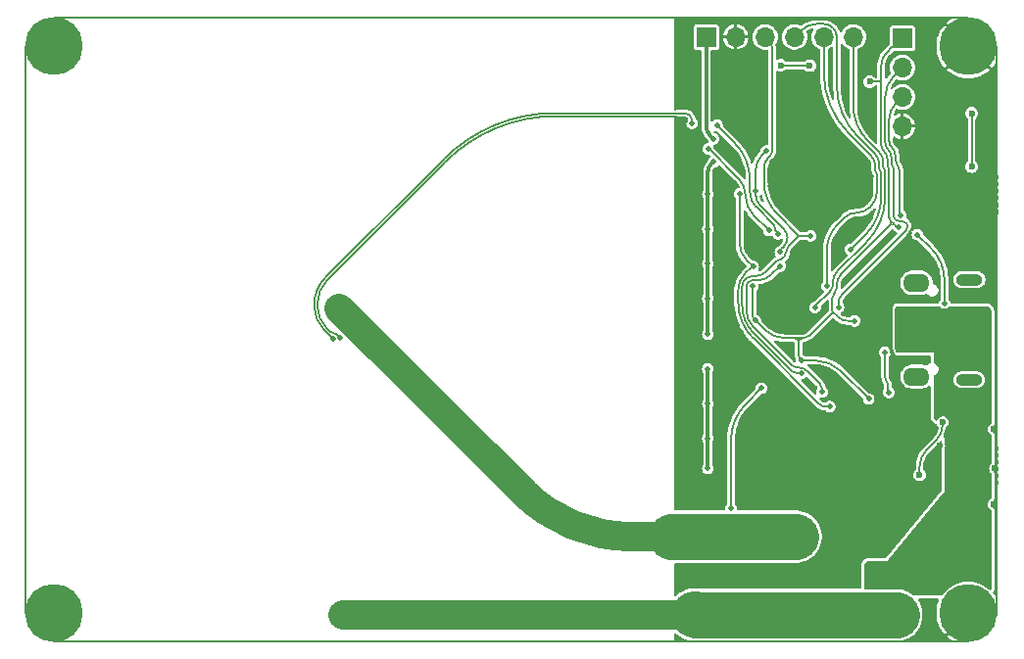
<source format=gbr>
%TF.GenerationSoftware,KiCad,Pcbnew,8.0.3*%
%TF.CreationDate,2024-07-18T08:33:45+12:00*%
%TF.ProjectId,Tea Cozy Hotplate,54656120-436f-47a7-9920-486f74706c61,rev?*%
%TF.SameCoordinates,Original*%
%TF.FileFunction,Copper,L2,Bot*%
%TF.FilePolarity,Positive*%
%FSLAX46Y46*%
G04 Gerber Fmt 4.6, Leading zero omitted, Abs format (unit mm)*
G04 Created by KiCad (PCBNEW 8.0.3) date 2024-07-18 08:33:45*
%MOMM*%
%LPD*%
G01*
G04 APERTURE LIST*
%TA.AperFunction,Conductor*%
%ADD10C,0.200000*%
%TD*%
%TA.AperFunction,ComponentPad*%
%ADD11R,1.700000X1.700000*%
%TD*%
%TA.AperFunction,ComponentPad*%
%ADD12O,1.700000X1.700000*%
%TD*%
%TA.AperFunction,ComponentPad*%
%ADD13C,0.500000*%
%TD*%
%TA.AperFunction,ComponentPad*%
%ADD14O,2.300000X1.000000*%
%TD*%
%TA.AperFunction,ComponentPad*%
%ADD15O,2.300000X1.600000*%
%TD*%
%TA.AperFunction,ComponentPad*%
%ADD16C,0.400000*%
%TD*%
%TA.AperFunction,ComponentPad*%
%ADD17C,5.000000*%
%TD*%
%TA.AperFunction,ViaPad*%
%ADD18C,0.600000*%
%TD*%
%TA.AperFunction,ViaPad*%
%ADD19C,0.500000*%
%TD*%
%TA.AperFunction,Conductor*%
%ADD20C,0.300000*%
%TD*%
%TA.AperFunction,Conductor*%
%ADD21C,0.127000*%
%TD*%
%TA.AperFunction,Conductor*%
%ADD22C,0.150000*%
%TD*%
%TA.AperFunction,Conductor*%
%ADD23C,2.500000*%
%TD*%
%TA.AperFunction,Conductor*%
%ADD24C,4.000000*%
%TD*%
G04 APERTURE END LIST*
D10*
%TO.N,GND*%
X84450000Y-52150000D02*
X84450000Y-3000000D01*
X56650000Y-54450000D02*
X56650000Y-53800000D01*
X550000Y-52000000D02*
X550000Y-3000000D01*
X82000000Y-54450000D02*
X3000000Y-54450000D01*
X56650000Y-9100000D02*
X56650000Y-43050000D01*
X56650000Y-550000D02*
X56650000Y-8500000D01*
X3000000Y-550000D02*
X82000000Y-550000D01*
X56650000Y-47750000D02*
X56650000Y-50450000D01*
%TD*%
D11*
%TO.P,J1,1,Pin_1*%
%TO.N,+5V*%
X59360000Y-2200000D03*
D12*
%TO.P,J1,2,Pin_2*%
%TO.N,GND*%
X61900000Y-2200000D03*
%TO.P,J1,3,Pin_3*%
%TO.N,/Reset*%
X64440000Y-2200000D03*
%TO.P,J1,4,Pin_4*%
%TO.N,/BOOT0*%
X66980000Y-2200000D03*
%TO.P,J1,5,Pin_5*%
%TO.N,/MCU_RX*%
X69520000Y-2200000D03*
%TO.P,J1,6,Pin_6*%
%TO.N,/MCU_TX*%
X72060000Y-2200000D03*
%TD*%
D13*
%TO.P,HC1,1*%
%TO.N,+5V*%
X28000000Y-52150000D03*
%TO.P,HC1,2*%
%TO.N,Net-(D1-A)*%
X27660000Y-25650000D03*
%TD*%
D14*
%TO.P,J2,S1,SHIELD*%
%TO.N,/SHLD*%
X82088011Y-31820041D03*
D15*
X77537846Y-31559944D03*
X77537846Y-23439802D03*
D14*
X82088011Y-23179959D03*
%TD*%
D11*
%TO.P,J3,1,Pin_1*%
%TO.N,+3.3V*%
X76300000Y-2300000D03*
D12*
%TO.P,J3,2,Pin_2*%
%TO.N,/SWDIO*%
X76300000Y-4840000D03*
%TO.P,J3,3,Pin_3*%
%TO.N,/SWDCLK*%
X76300000Y-7380000D03*
%TO.P,J3,4,Pin_4*%
%TO.N,GND*%
X76300000Y-9920000D03*
%TD*%
D16*
%TO.P,M1,*%
%TO.N,*%
X3000000Y-5000000D03*
X1585786Y-4414214D03*
X4414214Y-4414214D03*
X1000000Y-3000000D03*
D17*
%TO.N,GND*%
X3000000Y-3000000D03*
D16*
%TO.N,*%
X5000000Y-3000000D03*
X1585786Y-1585786D03*
X4414214Y-1585786D03*
X3000000Y-1000000D03*
%TD*%
%TO.P,M2,*%
%TO.N,*%
X82000000Y-5000000D03*
X80585786Y-4414214D03*
X83414214Y-4414214D03*
X80000000Y-3000000D03*
D17*
%TO.N,GND*%
X82000000Y-3000000D03*
D16*
%TO.N,*%
X84000000Y-3000000D03*
X80585786Y-1585786D03*
X83414214Y-1585786D03*
X82000000Y-1000000D03*
%TD*%
%TO.P,M3,*%
%TO.N,GND*%
X82000000Y-54000000D03*
%TO.N,*%
X80585786Y-53414214D03*
X83414214Y-53414214D03*
X80000000Y-52000000D03*
D17*
%TO.N,GND*%
X82000000Y-52000000D03*
D16*
X84000000Y-52000000D03*
%TO.N,*%
X80585786Y-50585786D03*
%TO.N,GND*%
X83414214Y-50585786D03*
%TO.N,*%
X82000000Y-50000000D03*
%TD*%
%TO.P,M4,*%
%TO.N,*%
X3000000Y-54000000D03*
X1585786Y-53414214D03*
X4414214Y-53414214D03*
X1000000Y-52000000D03*
D17*
%TO.N,GND*%
X3000000Y-52000000D03*
D16*
%TO.N,*%
X5000000Y-52000000D03*
X1585786Y-50585786D03*
X4414214Y-50585786D03*
X3000000Y-50000000D03*
%TD*%
D18*
%TO.N,GND*%
X84200000Y-36100000D03*
D19*
X65500000Y-16000000D03*
X27750000Y-28250000D03*
X72000000Y-16500000D03*
D18*
X70000000Y-39950000D03*
D19*
X76641300Y-12599000D03*
X57500000Y-9500000D03*
X69300000Y-19400000D03*
X66500000Y-13000000D03*
X62800000Y-48800000D03*
D18*
X84300000Y-39500000D03*
D19*
X65100000Y-13000000D03*
D18*
X79500000Y-37550000D03*
D19*
X57300000Y-42200000D03*
D18*
X77490000Y-34520000D03*
D19*
X69300000Y-13000000D03*
D18*
X75700000Y-45450000D03*
X74320000Y-34590000D03*
D19*
X70500000Y-13000000D03*
X75900000Y-24600000D03*
X59500000Y-48800000D03*
X64850000Y-13850000D03*
D18*
X70100000Y-35100000D03*
X60850000Y-24500000D03*
X83800000Y-16200000D03*
D19*
X79300000Y-24900000D03*
X62300000Y-42700000D03*
X64900000Y-15070000D03*
D18*
X84200000Y-42600000D03*
D19*
X65700000Y-42700000D03*
X73370000Y-13140000D03*
X72000000Y-13000000D03*
X67400000Y-16393400D03*
D18*
X83800000Y-21200000D03*
D19*
X75900000Y-30100000D03*
X71000000Y-16500000D03*
D18*
X77050000Y-44050000D03*
D19*
X68000000Y-13000000D03*
X72900000Y-15700000D03*
X73600000Y-14200000D03*
D18*
X74160000Y-31750000D03*
D19*
X67000000Y-48800000D03*
X57400000Y-48800000D03*
%TO.N,+3.3V*%
X76010000Y-18640000D03*
X63600000Y-26700000D03*
X73400000Y-33500000D03*
D18*
X73500000Y-6050000D03*
D19*
X63350100Y-23759500D03*
X72200000Y-26749900D03*
D18*
X65800000Y-4650000D03*
X68314000Y-4664000D03*
D19*
X67596200Y-30173800D03*
D18*
%TO.N,/Reset*%
X82294700Y-8805300D03*
X82300000Y-13400000D03*
D19*
X67559000Y-31300000D03*
X68398100Y-19392200D03*
%TO.N,+5V*%
X75000000Y-53500000D03*
D18*
X60500000Y-52100000D03*
D19*
X59500000Y-36900000D03*
X59500000Y-30900000D03*
D18*
X67050000Y-52150000D03*
D19*
X73000000Y-53500000D03*
X59500000Y-18800000D03*
X59500000Y-15800000D03*
X76000000Y-53500000D03*
X60000000Y-13000000D03*
X77000000Y-53500000D03*
X59500000Y-27900000D03*
X74000000Y-53500000D03*
X59500000Y-33900000D03*
X59500000Y-21800000D03*
X59500000Y-39500000D03*
X60000000Y-11000000D03*
D18*
X63820000Y-52150000D03*
D19*
X72000000Y-52150000D03*
X59500000Y-24800000D03*
%TO.N,Net-(RGB11-VDD)*%
X63660000Y-15490000D03*
X64560500Y-12054500D03*
X65759900Y-20798100D03*
%TO.N,/MCU_TX*%
X68758700Y-25580700D03*
%TO.N,/MCU_RX*%
X69780100Y-23720000D03*
%TO.N,/BOOT0*%
X71844500Y-20566400D03*
%TO.N,/SWDCLK*%
X76158800Y-17621200D03*
%TO.N,/SWDIO*%
X70788000Y-25557300D03*
%TO.N,/CC2*%
X77614700Y-19283100D03*
X79953800Y-25244400D03*
%TO.N,/CC1*%
X75140000Y-32930000D03*
X74800000Y-29471700D03*
%TO.N,/BOOT1*%
X60288300Y-9832100D03*
X65580000Y-19240000D03*
D18*
%TO.N,/Down*%
X79800000Y-35500000D03*
X77800000Y-40050000D03*
D19*
%TO.N,Net-(D1-A)*%
X63800000Y-45400000D03*
X67200000Y-45435100D03*
X62600000Y-45400000D03*
D18*
X60500000Y-45400000D03*
D19*
X66100000Y-45435100D03*
%TO.N,VBUS*%
X76500000Y-48000000D03*
X77500000Y-48000000D03*
X79500000Y-32000000D03*
X76000000Y-26000000D03*
X82400000Y-38150000D03*
X79500000Y-44000000D03*
X83500000Y-26000000D03*
X82300000Y-40900000D03*
X75500000Y-48000000D03*
X83500000Y-43500000D03*
X79500000Y-34500000D03*
X83500000Y-45500000D03*
X77500000Y-46000000D03*
X74500000Y-48000000D03*
X83500000Y-34500000D03*
X79500000Y-29000000D03*
X83500000Y-48100000D03*
X83500000Y-29000000D03*
X76000000Y-29000000D03*
X73500000Y-48000000D03*
%TO.N,/Temp_Coil*%
X64790000Y-18930000D03*
X59521100Y-11868000D03*
%TO.N,/Neopixel Bus*%
X62257900Y-15757100D03*
X63420100Y-22062300D03*
X70028400Y-34150600D03*
%TO.N,/Hotplate_EN*%
X65742400Y-21999900D03*
X69369400Y-32893800D03*
%TO.N,Net-(R28-Pad2)*%
X27096200Y-28265200D03*
X58137600Y-9662600D03*
%TO.N,Net-(R29-Pad2)*%
X64143500Y-32570500D03*
X61500000Y-42950000D03*
%TD*%
D20*
%TO.N,GND*%
X75900000Y-30100000D02*
X75612500Y-29812500D01*
D21*
X46414912Y-9034000D02*
X56604488Y-9034000D01*
X57167000Y-9267000D02*
X57364644Y-9464644D01*
X27750000Y-28250000D02*
X27407230Y-27907230D01*
D22*
X77375000Y-17719417D02*
X77375000Y-13851504D01*
D21*
X57500000Y-9500000D02*
X57450000Y-9500000D01*
D22*
X76300000Y-12016364D02*
X76300000Y-9920000D01*
D21*
X25754000Y-25311900D02*
X25754000Y-25432498D01*
D22*
X59500000Y-48800000D02*
X57400000Y-48800000D01*
X75900000Y-24600000D02*
X75900000Y-21280382D01*
D20*
X75900000Y-24600000D02*
X75612500Y-24887500D01*
D22*
X76641300Y-12599000D02*
X77008150Y-12965850D01*
D21*
X36795515Y-13018484D02*
X26639226Y-23174773D01*
D22*
X59500000Y-48800000D02*
X62800000Y-48800000D01*
D21*
X26878369Y-27688169D02*
X26553951Y-27363751D01*
D20*
X75325000Y-29118413D02*
X75325000Y-25581586D01*
D22*
X76641300Y-12599000D02*
X76470650Y-12428350D01*
D21*
X57364644Y-9464644D02*
G75*
G03*
X57450000Y-9500003I85356J85344D01*
G01*
D20*
X75612500Y-24887500D02*
G75*
G03*
X75324994Y-25581586I694100J-694100D01*
G01*
D21*
X27407230Y-27907230D02*
G75*
G03*
X27142800Y-27797711I-264430J-264470D01*
G01*
D22*
X77008150Y-12965850D02*
G75*
G02*
X77374998Y-13851504I-885650J-885650D01*
G01*
D21*
X57167000Y-9267000D02*
G75*
G03*
X56604488Y-9034005I-562500J-562500D01*
G01*
D22*
X76300000Y-12016364D02*
G75*
G03*
X76470640Y-12428360I582600J-36D01*
G01*
D21*
X25754000Y-25432498D02*
G75*
G03*
X26553951Y-27363751I2731200J-2D01*
G01*
X26639226Y-23174773D02*
G75*
G03*
X25753983Y-25311900I2137074J-2137127D01*
G01*
X46414912Y-9034000D02*
G75*
G03*
X36795506Y-13018475I-12J-13603900D01*
G01*
X26878369Y-27688169D02*
G75*
G03*
X27142800Y-27797689I264431J264469D01*
G01*
D22*
X76637500Y-19499900D02*
G75*
G03*
X75899993Y-21280382I1780500J-1780500D01*
G01*
D20*
X75325000Y-29118413D02*
G75*
G03*
X75612504Y-29812496I981600J13D01*
G01*
D22*
X77375000Y-17719417D02*
G75*
G02*
X76637495Y-19499895I-2518000J17D01*
G01*
%TO.N,+3.3V*%
X70655100Y-23821310D02*
X70655100Y-23588000D01*
X75317750Y-18145450D02*
X75603250Y-18430950D01*
X75551516Y-3048483D02*
X76300000Y-2300000D01*
X66250453Y-28252600D02*
X67007450Y-28252600D01*
D21*
X65814000Y-4664000D02*
X65800000Y-4650000D01*
D22*
X75742402Y-18570102D02*
X75603250Y-18430950D01*
X63600000Y-26700000D02*
X63475050Y-26575050D01*
X70290499Y-26001099D02*
X68282138Y-28009461D01*
X67473750Y-30051350D02*
X67596200Y-30173800D01*
X67351300Y-28596450D02*
X67351300Y-29755729D01*
X63350100Y-23759500D02*
X63350100Y-26273394D01*
X75175000Y-13665121D02*
X75175000Y-17800821D01*
X75407904Y-3085995D02*
X74946950Y-3546950D01*
X71004693Y-22744006D02*
X75317750Y-18430950D01*
X67596200Y-30173800D02*
X68835000Y-30173800D01*
X75465550Y-3075000D02*
X75434450Y-3075000D01*
D21*
X68314000Y-4664000D02*
X65814000Y-4664000D01*
D22*
X74475000Y-4686338D02*
X74475000Y-6050000D01*
D21*
X73500000Y-6050000D02*
X74475000Y-6050000D01*
D22*
X70949763Y-31049763D02*
X73400000Y-33500000D01*
X70459050Y-24278450D02*
X70470431Y-24267069D01*
X75487500Y-3075000D02*
X75465550Y-3075000D01*
X75008800Y-12752453D02*
X75008800Y-13263878D01*
X67007450Y-28252600D02*
X67695150Y-28252600D01*
X76010000Y-18640000D02*
X75911150Y-18640000D01*
X70345500Y-26001100D02*
X70706150Y-26361750D01*
X72200000Y-26749900D02*
X71643226Y-26749900D01*
X70290500Y-25946100D02*
X70345500Y-26001100D01*
X74475000Y-6050000D02*
X74475000Y-11463746D01*
X63600000Y-26700000D02*
X64376300Y-27476300D01*
X70263000Y-25879709D02*
X70263000Y-24751536D01*
X70655100Y-23821310D02*
G75*
G02*
X70470420Y-24267058I-630300J10D01*
G01*
X71004693Y-22744006D02*
G75*
G03*
X70655103Y-23588000I844007J-843994D01*
G01*
X74741900Y-12108100D02*
G75*
G02*
X75008819Y-12752453I-644400J-644400D01*
G01*
X67351300Y-29755729D02*
G75*
G03*
X67473759Y-30051341I418100J29D01*
G01*
X75091900Y-13464500D02*
G75*
G02*
X75174991Y-13665121I-200600J-200600D01*
G01*
X75434450Y-3075000D02*
G75*
G03*
X75407888Y-3085979I-50J-37500D01*
G01*
X67351300Y-28596450D02*
G75*
G03*
X67007450Y-28252600I-343900J-50D01*
G01*
X67695150Y-28252600D02*
G75*
G03*
X67351300Y-28596450I-50J-343800D01*
G01*
X75551516Y-3048483D02*
G75*
G02*
X75487500Y-3075009I-64016J63983D01*
G01*
X70290499Y-26001099D02*
G75*
G03*
X70290499Y-25946101I-27499J27499D01*
G01*
X75008800Y-13263878D02*
G75*
G03*
X75091894Y-13464506I283700J-22D01*
G01*
X75603250Y-18430950D02*
G75*
G03*
X75317750Y-18430950I-142750J-142750D01*
G01*
X63350100Y-26273394D02*
G75*
G03*
X63475048Y-26575052I426600J-6D01*
G01*
X68282138Y-28009461D02*
G75*
G02*
X67695150Y-28252643I-587038J586961D01*
G01*
X64376300Y-27476300D02*
G75*
G03*
X66250453Y-28252619I1874200J1874200D01*
G01*
X75317750Y-18430950D02*
G75*
G03*
X75317750Y-18145450I-142750J142750D01*
G01*
X75175000Y-17800821D02*
G75*
G03*
X75317756Y-18145444I487400J21D01*
G01*
X75742402Y-18570102D02*
G75*
G03*
X75911150Y-18640049I168798J168702D01*
G01*
X70459050Y-24278450D02*
G75*
G03*
X70263018Y-24751536I472750J-473050D01*
G01*
X70345500Y-26001100D02*
G75*
G03*
X70290500Y-26001100I-27500J-27500D01*
G01*
X74475000Y-11463746D02*
G75*
G03*
X74741914Y-12108086I911300J46D01*
G01*
X74946950Y-3546950D02*
G75*
G03*
X74475016Y-4686338I1139350J-1139350D01*
G01*
X70263000Y-25879709D02*
G75*
G03*
X70290503Y-25946097I93900J9D01*
G01*
X70949763Y-31049763D02*
G75*
G03*
X68835000Y-30173792I-2114763J-2114737D01*
G01*
X70706150Y-26361750D02*
G75*
G03*
X71643226Y-26749889I937050J937050D01*
G01*
%TO.N,/Reset*%
X82300000Y-8810600D02*
X82300000Y-13400000D01*
X64715050Y-12642450D02*
X64806952Y-12550548D01*
X65931913Y-21368586D02*
X66094087Y-21206412D01*
X64762750Y-2522750D02*
X64440000Y-2200000D01*
X63445978Y-27783378D02*
X66751740Y-31089140D01*
X64344600Y-14684850D02*
X64344600Y-13536795D01*
X67371450Y-19383650D02*
X67377150Y-19389350D01*
X62475100Y-23759562D02*
X62475100Y-25439471D01*
X67371449Y-19389349D02*
X66475712Y-20285087D01*
X65085500Y-11878076D02*
X65085500Y-3301937D01*
X68398100Y-19392200D02*
X67384030Y-19392200D01*
X64513966Y-22485833D02*
X65418586Y-21581213D01*
X82294700Y-8805300D02*
X82300000Y-8810600D01*
X65526847Y-17539047D02*
X67371450Y-19383650D01*
X63551500Y-22884500D02*
X63350162Y-22884500D01*
X67559000Y-31300000D02*
X67260800Y-31300000D01*
X66475712Y-20285087D02*
G75*
G03*
X66284942Y-20745750I460688J-460613D01*
G01*
X64344600Y-14684850D02*
G75*
G03*
X65526850Y-17539044I4036430J0D01*
G01*
X66284900Y-20745750D02*
G75*
G02*
X66094068Y-21206393I-651500J50D01*
G01*
X67371449Y-19389349D02*
G75*
G03*
X67371449Y-19383651I-2849J2849D01*
G01*
X65675250Y-21474900D02*
G75*
G03*
X65418557Y-21581184I-50J-363000D01*
G01*
X62475100Y-25439471D02*
G75*
G03*
X63445960Y-27783396I3314800J-29D01*
G01*
X66751740Y-31089140D02*
G75*
G03*
X67260800Y-31300005I509060J509040D01*
G01*
X67377150Y-19389350D02*
G75*
G03*
X67371450Y-19389350I-2850J-2850D01*
G01*
X62731400Y-23140800D02*
G75*
G03*
X62475085Y-23759562I618800J-618800D01*
G01*
X64513966Y-22485833D02*
G75*
G02*
X63551500Y-22884509I-962466J962433D01*
G01*
X64762750Y-2522750D02*
G75*
G02*
X65085484Y-3301937I-779150J-779150D01*
G01*
X63350162Y-22884500D02*
G75*
G03*
X62731411Y-23140811I38J-875100D01*
G01*
X65931913Y-21368586D02*
G75*
G02*
X65675250Y-21474928I-256713J256686D01*
G01*
X65085500Y-11878076D02*
G75*
G02*
X64806961Y-12550557I-951000J-24D01*
G01*
X67377150Y-19389350D02*
G75*
G03*
X67384030Y-19392187I6850J6850D01*
G01*
X64715050Y-12642450D02*
G75*
G03*
X64344598Y-13536795I894350J-894350D01*
G01*
D20*
%TO.N,+5V*%
X59680000Y-10680000D02*
X60000000Y-11000000D01*
X59500000Y-13853553D02*
X59500000Y-15800000D01*
D23*
X58314644Y-52150000D02*
X28000000Y-52150000D01*
D24*
X58485355Y-52150000D02*
X75790000Y-52150000D01*
D20*
X59500000Y-18800000D02*
X59500000Y-15800000D01*
X59750000Y-13250000D02*
X60000000Y-13000000D01*
X59500000Y-21800000D02*
X59500000Y-24800000D01*
X59500000Y-18800000D02*
X59500000Y-21800000D01*
X59500000Y-27900000D02*
X59500000Y-24800000D01*
X59500000Y-30900000D02*
X59500000Y-33900000D01*
X59500000Y-33900000D02*
X59500000Y-36900000D01*
X59360000Y-9907451D02*
X59360000Y-2200000D01*
X59500000Y-36900000D02*
X59500000Y-39500000D01*
X59360000Y-9907451D02*
G75*
G03*
X59679986Y-10680014I1092500J-49D01*
G01*
X59750000Y-13250000D02*
G75*
G03*
X59500022Y-13853553I603500J-603500D01*
G01*
D24*
X58425000Y-52125000D02*
G75*
G03*
X58375000Y-52125000I-25000J-24998D01*
G01*
X58375000Y-52125000D02*
G75*
G02*
X58314644Y-52150018I-60400J60400D01*
G01*
X58425000Y-52125000D02*
G75*
G03*
X58485355Y-52150018I60400J60400D01*
G01*
D22*
%TO.N,Net-(RGB11-VDD)*%
X66071997Y-20297064D02*
X65826699Y-20542362D01*
X64110250Y-12504750D02*
X64560500Y-12054500D01*
X66071997Y-18809897D02*
X63980991Y-16718891D01*
X63660000Y-15490000D02*
X63660000Y-15943950D01*
X63660000Y-13591749D02*
X63660000Y-15490000D01*
X65759900Y-20798100D02*
X65759900Y-20703631D01*
X66380000Y-19553481D02*
G75*
G02*
X66072010Y-20297077I-1051600J-19D01*
G01*
X65826699Y-20542362D02*
G75*
G03*
X65759930Y-20703631I161301J-161238D01*
G01*
X63660000Y-15943950D02*
G75*
G03*
X63980973Y-16718909I1095900J-50D01*
G01*
X66071997Y-18809897D02*
G75*
G02*
X66380009Y-19553481I-743597J-743603D01*
G01*
X64110250Y-12504750D02*
G75*
G03*
X63660021Y-13591749I1086950J-1086950D01*
G01*
%TO.N,/MCU_TX*%
X73185996Y-19967402D02*
X70690190Y-22463209D01*
X72060000Y-8083570D02*
X72060000Y-2200000D01*
X68792923Y-25449676D02*
X70050683Y-24191916D01*
X73359400Y-11220600D02*
X74302983Y-12164183D01*
X68758700Y-25532300D02*
X68758700Y-25580700D01*
X70305100Y-23392900D02*
X70305100Y-23577698D01*
X74658800Y-13023200D02*
X74658800Y-13408878D01*
X74825000Y-13810121D02*
X74825000Y-16010500D01*
X74302983Y-12164183D02*
G75*
G02*
X74658809Y-13023200I-858983J-859017D01*
G01*
X70690190Y-22463209D02*
G75*
G03*
X70305105Y-23392900I929710J-929691D01*
G01*
X74825000Y-16010500D02*
G75*
G02*
X73185996Y-19967402I-5595900J0D01*
G01*
X74658800Y-13408878D02*
G75*
G03*
X74741894Y-13609506I283700J-22D01*
G01*
X72060000Y-8083570D02*
G75*
G03*
X73359391Y-11220609I4436400J-30D01*
G01*
X70305100Y-23577698D02*
G75*
G02*
X70050676Y-24191909I-868600J-2D01*
G01*
X74741900Y-13609500D02*
G75*
G02*
X74824991Y-13810121I-200600J-200600D01*
G01*
X68792923Y-25449676D02*
G75*
G03*
X68758685Y-25532300I82577J-82624D01*
G01*
%TO.N,/MCU_RX*%
X73586524Y-16843474D02*
X73516897Y-16913102D01*
X71253102Y-17850797D02*
X70751025Y-18352875D01*
X74125000Y-14100021D02*
X74125000Y-15543481D01*
X69780100Y-23720000D02*
X69780100Y-20696895D01*
X73958800Y-13313150D02*
X73958800Y-13698778D01*
X69520000Y-5285600D02*
X69520000Y-2200000D01*
X71701848Y-10553048D02*
X73603019Y-12454219D01*
X74041900Y-13899400D02*
G75*
G02*
X74124991Y-14100021I-200600J-200600D01*
G01*
X73958800Y-13698778D02*
G75*
G03*
X74041894Y-13899406I283700J-22D01*
G01*
X73603019Y-12454219D02*
G75*
G02*
X73958839Y-13313150I-858919J-858981D01*
G01*
X69520000Y-5285600D02*
G75*
G03*
X71701847Y-10553049I7449300J0D01*
G01*
X73516897Y-16913102D02*
G75*
G02*
X72385000Y-17381948I-1131897J1131902D01*
G01*
X74125000Y-15543481D02*
G75*
G02*
X73586541Y-16843491I-1838500J-19D01*
G01*
X72385000Y-17381950D02*
G75*
G03*
X71253101Y-17850796I0J-1600750D01*
G01*
X70751025Y-18352875D02*
G75*
G03*
X69780083Y-20696895I2343975J-2344025D01*
G01*
%TO.N,/BOOT0*%
X68900495Y-1075000D02*
X69520016Y-1075000D01*
X74475000Y-16075855D02*
X74475000Y-13955121D01*
X73159750Y-19251150D02*
X71844500Y-20566400D01*
X70645000Y-2199983D02*
X70645000Y-6410502D01*
X67542500Y-1637500D02*
X66980000Y-2200000D01*
X74308800Y-13168200D02*
X74308800Y-13553878D01*
X73952983Y-12309183D02*
X72476900Y-10833100D01*
X68900495Y-1075000D02*
G75*
G03*
X67542501Y-1637501I5J-1920500D01*
G01*
X73952983Y-12309183D02*
G75*
G02*
X74308809Y-13168200I-858983J-859017D01*
G01*
X74391900Y-13754500D02*
G75*
G02*
X74474991Y-13955121I-200600J-200600D01*
G01*
X70645000Y-6410502D02*
G75*
G03*
X72476901Y-10833099I6254500J2D01*
G01*
X74475000Y-16075855D02*
G75*
G02*
X73159748Y-19251148I-4490550J5D01*
G01*
X70315500Y-1404500D02*
G75*
G03*
X69520016Y-1074993I-795500J-795500D01*
G01*
X70315500Y-1404500D02*
G75*
G02*
X70645007Y-2199983I-795500J-795500D01*
G01*
X74308800Y-13553878D02*
G75*
G03*
X74391894Y-13754506I283700J-22D01*
G01*
%TO.N,/SWDCLK*%
X76056500Y-17446562D02*
X76056500Y-13685061D01*
X75175000Y-9300495D02*
X75175000Y-11173846D01*
X75708800Y-12845638D02*
X75708800Y-12462553D01*
X76158800Y-17621200D02*
X76107650Y-17570050D01*
X75737500Y-7942500D02*
X76300000Y-7380000D01*
X75882650Y-13265350D02*
G75*
G02*
X76056516Y-13685061I-419750J-419750D01*
G01*
X75737500Y-7942500D02*
G75*
G03*
X75174998Y-9300495I1358000J-1358000D01*
G01*
X75175000Y-11173846D02*
G75*
G03*
X75441914Y-11818186I911300J46D01*
G01*
X75441900Y-11818200D02*
G75*
G02*
X75708819Y-12462553I-644400J-644400D01*
G01*
X75708800Y-12845638D02*
G75*
G03*
X75882661Y-13265339I593600J38D01*
G01*
X76056500Y-17446562D02*
G75*
G03*
X76107639Y-17570061I174600J-38D01*
G01*
%TO.N,/SWDIO*%
X75525000Y-13520121D02*
X75525000Y-17570341D01*
X76115658Y-18161000D02*
X76371357Y-18161000D01*
X75562500Y-5577500D02*
X76300000Y-4840000D01*
X74825000Y-7357982D02*
X74825000Y-11318846D01*
X70788000Y-25557300D02*
X70788000Y-25165800D01*
X75358800Y-12607553D02*
X75358800Y-13118878D01*
X71064832Y-24497467D02*
X76624915Y-18937384D01*
X76767150Y-18556792D02*
X76767150Y-18594000D01*
X75358800Y-13118878D02*
G75*
G03*
X75441894Y-13319506I283700J-22D01*
G01*
X75562500Y-5577500D02*
G75*
G03*
X74824993Y-7357982I1780500J-1780500D01*
G01*
X75091900Y-11963200D02*
G75*
G02*
X75358819Y-12607553I-644400J-644400D01*
G01*
X75441900Y-13319500D02*
G75*
G02*
X75524991Y-13520121I-200600J-200600D01*
G01*
X75698000Y-17988000D02*
G75*
G03*
X76115658Y-18161017I417700J417700D01*
G01*
X76767150Y-18594000D02*
G75*
G02*
X76624922Y-18937391I-485650J0D01*
G01*
X76651225Y-18276925D02*
G75*
G03*
X76371357Y-18161032I-279825J-279875D01*
G01*
X76651225Y-18276925D02*
G75*
G02*
X76767168Y-18556792I-279825J-279875D01*
G01*
X75525000Y-17570341D02*
G75*
G03*
X75698012Y-17987988I590700J41D01*
G01*
X74825000Y-11318846D02*
G75*
G03*
X75091914Y-11963186I911300J46D01*
G01*
X71064832Y-24497467D02*
G75*
G03*
X70788010Y-25165800I668368J-668333D01*
G01*
%TO.N,/CC2*%
X79953800Y-25244400D02*
X79953800Y-23276193D01*
X78784250Y-20452650D02*
X77614700Y-19283100D01*
X78784250Y-20452650D02*
G75*
G02*
X79953803Y-23276193I-2823550J-2823550D01*
G01*
%TO.N,/CC1*%
X75050000Y-32840000D02*
X75050000Y-32157878D01*
X75140000Y-32930000D02*
X75050000Y-32840000D01*
X75050000Y-32157878D02*
X75049427Y-32157305D01*
X74800000Y-31447783D02*
X74800000Y-29471700D01*
X75049427Y-32157305D02*
G75*
G02*
X74800017Y-31447783I884473J709505D01*
G01*
%TO.N,/BOOT1*%
X65203861Y-18436661D02*
X63672677Y-16905477D01*
X63132900Y-15602340D02*
X63132900Y-14521200D01*
X65467450Y-19127450D02*
X65580000Y-19240000D01*
X60288300Y-9832100D02*
X61828641Y-11372441D01*
X65354900Y-18855730D02*
X65354900Y-18801300D01*
X65203861Y-18436661D02*
G75*
G02*
X65354893Y-18801300I-364661J-364639D01*
G01*
X65354900Y-18855730D02*
G75*
G03*
X65467459Y-19127441I384300J30D01*
G01*
X63132900Y-15602340D02*
G75*
G03*
X63672700Y-16905454I1842900J40D01*
G01*
X61828641Y-11372441D02*
G75*
G02*
X63132905Y-14521200I-3148741J-3148759D01*
G01*
D21*
%TO.N,/Down*%
X77800000Y-39328427D02*
X77800000Y-40050000D01*
X79214213Y-37085787D02*
X78385787Y-37914213D01*
X79800000Y-35500000D02*
X79800000Y-35671573D01*
X78385787Y-37914213D02*
G75*
G03*
X77800019Y-39328427I1414213J-1414187D01*
G01*
X79800000Y-35671573D02*
G75*
G02*
X79214227Y-37085801I-2000000J-27D01*
G01*
D23*
%TO.N,Net-(D1-A)*%
X52905000Y-45400000D02*
X56300000Y-45400000D01*
D24*
X60500000Y-45400000D02*
X56300000Y-45400000D01*
X62600000Y-45400000D02*
X60500000Y-45400000D01*
D23*
X43524448Y-41514448D02*
X27660000Y-25650000D01*
D24*
X62600000Y-45400000D02*
X67100000Y-45400000D01*
D23*
X43524448Y-41514448D02*
G75*
G03*
X52905000Y-45400001I9380552J9380548D01*
G01*
D22*
%TO.N,/Temp_Coil*%
X64790000Y-18930000D02*
X63448464Y-17588464D01*
X59521100Y-11868000D02*
X59565800Y-11868000D01*
X59642107Y-11899607D02*
X62117335Y-14374835D01*
X59642107Y-11899607D02*
G75*
G03*
X59565800Y-11867996I-76307J-76293D01*
G01*
X62782900Y-15981650D02*
G75*
G03*
X63448435Y-17588493I2272400J-50D01*
G01*
X62117335Y-14374835D02*
G75*
G02*
X62782929Y-15981650I-1606835J-1606865D01*
G01*
%TO.N,/Neopixel Bus*%
X63277706Y-22099493D02*
X62720000Y-22657200D01*
X63420100Y-22062300D02*
X62839000Y-21481200D01*
X63420100Y-22062300D02*
X63367500Y-22062300D01*
X70028400Y-34150600D02*
X69673300Y-34150600D01*
X62257900Y-15757100D02*
X62257900Y-20078300D01*
X62125100Y-25134302D02*
X62125100Y-24093415D01*
X63414295Y-28246695D02*
X69067106Y-33899506D01*
X63367500Y-22062300D02*
G75*
G03*
X63277704Y-22099491I0J-127000D01*
G01*
X62125100Y-25134302D02*
G75*
G03*
X63414294Y-28246696I4401600J2D01*
G01*
X62257900Y-20078300D02*
G75*
G03*
X62839000Y-21481200I1984000J0D01*
G01*
X69067106Y-33899506D02*
G75*
G03*
X69673300Y-34150596I606194J606206D01*
G01*
X62720000Y-22657200D02*
G75*
G03*
X62125106Y-24093415I1436200J-1436200D01*
G01*
%TO.N,/Hotplate_EN*%
X63820200Y-23234500D02*
X63350035Y-23234500D01*
X64994006Y-22748293D02*
X65742400Y-21999900D01*
X63458765Y-27301265D02*
X66634100Y-30476600D01*
X69183466Y-32181966D02*
X68074899Y-31073399D01*
X62825100Y-23759435D02*
X62825100Y-25771461D01*
X69369400Y-32630850D02*
X69369400Y-32893800D01*
X63350035Y-23234500D02*
G75*
G03*
X62978840Y-23388240I-35J-524900D01*
G01*
X66634100Y-30476600D02*
G75*
G03*
X67354500Y-30774999I720400J720400D01*
G01*
X62825100Y-25771461D02*
G75*
G03*
X63458739Y-27301291I2163500J-39D01*
G01*
X64994006Y-22748293D02*
G75*
G02*
X63820200Y-23234503I-1173806J1173793D01*
G01*
X68074899Y-31073399D02*
G75*
G03*
X67354500Y-30775001I-720399J-720401D01*
G01*
X62978850Y-23388250D02*
G75*
G03*
X62825115Y-23759435I371150J-371150D01*
G01*
X69183466Y-32181966D02*
G75*
G02*
X69369440Y-32630850I-448866J-448934D01*
G01*
D21*
%TO.N,Net-(R28-Pad2)*%
X36685515Y-12764484D02*
X26461311Y-22988688D01*
X46304912Y-8780000D02*
X57527138Y-8780000D01*
X26314724Y-27483724D02*
X27096200Y-28265200D01*
X58137600Y-9390461D02*
X58137600Y-9662600D01*
X25500000Y-25309500D02*
X25500000Y-25516807D01*
X25500000Y-25516807D02*
G75*
G03*
X26314736Y-27483712I2781600J7D01*
G01*
X57958800Y-8958800D02*
G75*
G02*
X58137616Y-9390461I-431700J-431700D01*
G01*
X57958800Y-8958800D02*
G75*
G03*
X57527138Y-8779984I-431700J-431700D01*
G01*
X46304912Y-8780000D02*
G75*
G03*
X36685506Y-12764475I-12J-13603900D01*
G01*
X26461311Y-22988688D02*
G75*
G03*
X25499992Y-25309500I2320789J-2320812D01*
G01*
D22*
%TO.N,Net-(R29-Pad2)*%
X61500000Y-37083236D02*
X61500000Y-42950000D01*
X62821750Y-33892250D02*
X64143500Y-32570500D01*
X62821750Y-33892250D02*
G75*
G03*
X61500015Y-37083236I3190950J-3190950D01*
G01*
%TD*%
%TA.AperFunction,Conductor*%
%TO.N,VBUS*%
G36*
X79592160Y-25518907D02*
G01*
X79608789Y-25534169D01*
X79655752Y-25588368D01*
X79723102Y-25631651D01*
X79764731Y-25658404D01*
X79889028Y-25694900D01*
X79889030Y-25694900D01*
X80018570Y-25694900D01*
X80018572Y-25694900D01*
X80142869Y-25658404D01*
X80251849Y-25588367D01*
X80298811Y-25534168D01*
X80351207Y-25502573D01*
X80373631Y-25500000D01*
X83592210Y-25500000D01*
X83607696Y-25501219D01*
X83620579Y-25503259D01*
X83708121Y-25517124D01*
X83737576Y-25526695D01*
X83821141Y-25569274D01*
X83846200Y-25587479D01*
X83912520Y-25653799D01*
X83930725Y-25678858D01*
X83973304Y-25762423D01*
X83982876Y-25791881D01*
X83998781Y-25892303D01*
X84000000Y-25907790D01*
X84000000Y-35579528D01*
X83981093Y-35637719D01*
X83954524Y-35662812D01*
X83868872Y-35717857D01*
X83774622Y-35826628D01*
X83714834Y-35957543D01*
X83694353Y-36099997D01*
X83694353Y-36100002D01*
X83714834Y-36242456D01*
X83774622Y-36373371D01*
X83774623Y-36373373D01*
X83868872Y-36482143D01*
X83868873Y-36482144D01*
X83907767Y-36507139D01*
X83954523Y-36537187D01*
X83993254Y-36584552D01*
X84000000Y-36620471D01*
X84000000Y-39045672D01*
X83981093Y-39103863D01*
X83973315Y-39112338D01*
X83973509Y-39112506D01*
X83874622Y-39226628D01*
X83814834Y-39357543D01*
X83794353Y-39499997D01*
X83794353Y-39500002D01*
X83814834Y-39642456D01*
X83874622Y-39773371D01*
X83874623Y-39773373D01*
X83968872Y-39882143D01*
X83968873Y-39882143D01*
X83973510Y-39887495D01*
X83971627Y-39889125D01*
X83997424Y-39931889D01*
X84000000Y-39954327D01*
X84000000Y-42079528D01*
X83981093Y-42137719D01*
X83954524Y-42162812D01*
X83868872Y-42217857D01*
X83774622Y-42326628D01*
X83714834Y-42457543D01*
X83694353Y-42599997D01*
X83694353Y-42600002D01*
X83714834Y-42742456D01*
X83774622Y-42873371D01*
X83774623Y-42873373D01*
X83868872Y-42982143D01*
X83868873Y-42982144D01*
X83907767Y-43007139D01*
X83954523Y-43037187D01*
X83993254Y-43084552D01*
X84000000Y-43120471D01*
X84000000Y-49941908D01*
X83981093Y-50000099D01*
X83931593Y-50036063D01*
X83870407Y-50036063D01*
X83830997Y-50011912D01*
X83794041Y-49974957D01*
X83794036Y-49974952D01*
X83536863Y-49773470D01*
X83536862Y-49773469D01*
X83536859Y-49773467D01*
X83257283Y-49604457D01*
X82959362Y-49470373D01*
X82647450Y-49373178D01*
X82326104Y-49314289D01*
X82326107Y-49314289D01*
X82000006Y-49294564D01*
X81999994Y-49294564D01*
X81673894Y-49314289D01*
X81352549Y-49373178D01*
X81352548Y-49373178D01*
X81040637Y-49470373D01*
X80742716Y-49604457D01*
X80463140Y-49773467D01*
X80205970Y-49974947D01*
X80205967Y-49974949D01*
X79974949Y-50205967D01*
X79974947Y-50205970D01*
X79774317Y-50462055D01*
X79723546Y-50496201D01*
X79696386Y-50500000D01*
X77288002Y-50500000D01*
X77229811Y-50481093D01*
X77227735Y-50479542D01*
X77015153Y-50316423D01*
X76765346Y-50172196D01*
X76765341Y-50172194D01*
X76498846Y-50061809D01*
X76312626Y-50011912D01*
X76220217Y-49987151D01*
X76220214Y-49987150D01*
X76220212Y-49987150D01*
X75934229Y-49949500D01*
X75934228Y-49949500D01*
X73099000Y-49949500D01*
X73040809Y-49930593D01*
X73004845Y-49881093D01*
X73000000Y-49850500D01*
X73000000Y-47907790D01*
X73001219Y-47892304D01*
X73002914Y-47881598D01*
X73017124Y-47791876D01*
X73026695Y-47762423D01*
X73069274Y-47678858D01*
X73087476Y-47653802D01*
X73153802Y-47587476D01*
X73178858Y-47569274D01*
X73262423Y-47526695D01*
X73291876Y-47517124D01*
X73381598Y-47502914D01*
X73392304Y-47501219D01*
X73407790Y-47500000D01*
X74812649Y-47500000D01*
X74812650Y-47500000D01*
X75000000Y-47500000D01*
X75119936Y-47356076D01*
X75119939Y-47356074D01*
X79907289Y-41611254D01*
X79907290Y-41611251D01*
X80000000Y-41500000D01*
X80000000Y-37596354D01*
X80001008Y-37582264D01*
X80005647Y-37550001D01*
X80005647Y-37549998D01*
X80001008Y-37517733D01*
X80000000Y-37503644D01*
X80000000Y-37094426D01*
X80000000Y-37000000D01*
X79855221Y-36710443D01*
X79846109Y-36649943D01*
X79854569Y-36623229D01*
X79894969Y-36539337D01*
X79978952Y-36299317D01*
X80035533Y-36051403D01*
X80043360Y-35981922D01*
X80068663Y-35926214D01*
X80088216Y-35909720D01*
X80131128Y-35882143D01*
X80225377Y-35773373D01*
X80285165Y-35642457D01*
X80305647Y-35500000D01*
X80285165Y-35357543D01*
X80225377Y-35226627D01*
X80131128Y-35117857D01*
X80131127Y-35117856D01*
X80131126Y-35117855D01*
X80010057Y-35040049D01*
X80010054Y-35040047D01*
X80010053Y-35040047D01*
X80010050Y-35040046D01*
X79871964Y-34999500D01*
X79871961Y-34999500D01*
X79728039Y-34999500D01*
X79728035Y-34999500D01*
X79589949Y-35040046D01*
X79589942Y-35040049D01*
X79468873Y-35117855D01*
X79374622Y-35226627D01*
X79335891Y-35311435D01*
X79294518Y-35356512D01*
X79234551Y-35368661D01*
X79178895Y-35343243D01*
X79157290Y-35314581D01*
X79155717Y-35311435D01*
X79044798Y-35089596D01*
X79040272Y-35079058D01*
X79014629Y-35008312D01*
X79009367Y-34986025D01*
X79000664Y-34911276D01*
X79000000Y-34899827D01*
X79000000Y-31751045D01*
X80737511Y-31751045D01*
X80737511Y-31889036D01*
X80755174Y-31977829D01*
X80759945Y-32001819D01*
X80764431Y-32024368D01*
X80764431Y-32024370D01*
X80817233Y-32151847D01*
X80817239Y-32151858D01*
X80893896Y-32266582D01*
X80991469Y-32364155D01*
X81106193Y-32440812D01*
X81106204Y-32440818D01*
X81153294Y-32460323D01*
X81233683Y-32493621D01*
X81369018Y-32520541D01*
X81369019Y-32520541D01*
X82807003Y-32520541D01*
X82807004Y-32520541D01*
X82942339Y-32493621D01*
X83069822Y-32440816D01*
X83184553Y-32364155D01*
X83282125Y-32266583D01*
X83358786Y-32151852D01*
X83411591Y-32024369D01*
X83438511Y-31889034D01*
X83438511Y-31751048D01*
X83411591Y-31615713D01*
X83393989Y-31573218D01*
X83358788Y-31488234D01*
X83358782Y-31488223D01*
X83282125Y-31373499D01*
X83184552Y-31275926D01*
X83069828Y-31199269D01*
X83069817Y-31199263D01*
X82942339Y-31146461D01*
X82807006Y-31119541D01*
X82807004Y-31119541D01*
X81369018Y-31119541D01*
X81369015Y-31119541D01*
X81233683Y-31146461D01*
X81233681Y-31146461D01*
X81106204Y-31199263D01*
X81106193Y-31199269D01*
X80991469Y-31275926D01*
X80893896Y-31373499D01*
X80817239Y-31488223D01*
X80817233Y-31488234D01*
X80764431Y-31615711D01*
X80764431Y-31615713D01*
X80737511Y-31751045D01*
X79000000Y-31751045D01*
X79000000Y-31494153D01*
X79018907Y-31435962D01*
X79068407Y-31399998D01*
X79073351Y-31398534D01*
X79092241Y-31393473D01*
X79212984Y-31323762D01*
X79311570Y-31225176D01*
X79360569Y-31140306D01*
X79381279Y-31104437D01*
X79381279Y-31104435D01*
X79381281Y-31104433D01*
X79417366Y-30969762D01*
X79417366Y-30830340D01*
X79381281Y-30695669D01*
X79381279Y-30695666D01*
X79381279Y-30695664D01*
X79311571Y-30574928D01*
X79311570Y-30574926D01*
X79212984Y-30476340D01*
X79212981Y-30476338D01*
X79092244Y-30406630D01*
X79092243Y-30406629D01*
X79073374Y-30401573D01*
X79022060Y-30368247D01*
X79000136Y-30311125D01*
X79000000Y-30305947D01*
X79000000Y-29899996D01*
X79000000Y-29500000D01*
X78600003Y-29500000D01*
X75907791Y-29500000D01*
X75892303Y-29498781D01*
X75837635Y-29490122D01*
X75783119Y-29462344D01*
X75765813Y-29439009D01*
X75728133Y-29368515D01*
X75720706Y-29350586D01*
X75690453Y-29250857D01*
X75686667Y-29231823D01*
X75675977Y-29123300D01*
X75675500Y-29113595D01*
X75675500Y-25631651D01*
X75694407Y-25573460D01*
X75729551Y-25543444D01*
X75762427Y-25526693D01*
X75791875Y-25517124D01*
X75883754Y-25502573D01*
X75892304Y-25501219D01*
X75907790Y-25500000D01*
X79533969Y-25500000D01*
X79592160Y-25518907D01*
G37*
%TD.AperFunction*%
%TD*%
%TA.AperFunction,Conductor*%
%TO.N,GND*%
G36*
X56816730Y-53830563D02*
G01*
X56878180Y-53888209D01*
X56878183Y-53888211D01*
X56878185Y-53888213D01*
X57107360Y-54054539D01*
X57107362Y-54054540D01*
X57355584Y-54190834D01*
X57618931Y-54294944D01*
X57618941Y-54294946D01*
X57618945Y-54294948D01*
X57851765Y-54354598D01*
X57903442Y-54387356D01*
X57925995Y-54444233D01*
X57910810Y-54503504D01*
X57863686Y-54542529D01*
X57827194Y-54549500D01*
X56749000Y-54549500D01*
X56690809Y-54530593D01*
X56654845Y-54481093D01*
X56650000Y-54450500D01*
X56650000Y-53902768D01*
X56668907Y-53844577D01*
X56718407Y-53808613D01*
X56779593Y-53808613D01*
X56816730Y-53830563D01*
G37*
%TD.AperFunction*%
%TA.AperFunction,Conductor*%
G36*
X79449493Y-50774407D02*
G01*
X79485457Y-50823907D01*
X79485457Y-50885093D01*
X79481580Y-50895131D01*
X79424006Y-51023052D01*
X79325029Y-51340680D01*
X79325029Y-51340682D01*
X79265062Y-51667904D01*
X79265059Y-51667928D01*
X79244974Y-51999993D01*
X79244974Y-52000006D01*
X79265059Y-52332071D01*
X79265062Y-52332095D01*
X79325029Y-52659317D01*
X79325029Y-52659319D01*
X79424006Y-52976947D01*
X79560543Y-53280317D01*
X79560554Y-53280338D01*
X79732649Y-53565019D01*
X79732662Y-53565038D01*
X79937828Y-53826913D01*
X79937830Y-53826916D01*
X79967068Y-53856154D01*
X80109163Y-53714058D01*
X80163679Y-53686280D01*
X80224112Y-53695851D01*
X80253986Y-53719230D01*
X80288126Y-53758630D01*
X80311944Y-53814989D01*
X80298085Y-53874585D01*
X80283311Y-53893464D01*
X80143845Y-54032931D01*
X80173083Y-54062169D01*
X80173086Y-54062171D01*
X80434961Y-54267337D01*
X80434980Y-54267350D01*
X80597800Y-54365778D01*
X80637817Y-54412062D01*
X80642987Y-54473029D01*
X80611333Y-54525390D01*
X80554948Y-54549146D01*
X80546584Y-54549500D01*
X76282185Y-54549500D01*
X76223994Y-54530593D01*
X76188030Y-54481093D01*
X76188030Y-54419907D01*
X76223994Y-54370407D01*
X76256557Y-54354875D01*
X76514952Y-54285639D01*
X76787507Y-54172743D01*
X77042994Y-54025238D01*
X77062608Y-54010186D01*
X77094982Y-53993739D01*
X77210053Y-53959953D01*
X77331128Y-53882143D01*
X77425377Y-53773373D01*
X77485165Y-53642457D01*
X77485165Y-53642452D01*
X77485896Y-53640853D01*
X77497403Y-53621718D01*
X77665238Y-53402994D01*
X77812743Y-53147507D01*
X77925639Y-52874952D01*
X78001993Y-52589993D01*
X78040500Y-52297506D01*
X78040500Y-52002494D01*
X78001993Y-51710007D01*
X77925639Y-51425048D01*
X77812743Y-51152493D01*
X77669276Y-50904000D01*
X77656555Y-50844151D01*
X77681442Y-50788256D01*
X77734430Y-50757663D01*
X77755013Y-50755500D01*
X79391302Y-50755500D01*
X79449493Y-50774407D01*
G37*
%TD.AperFunction*%
%TA.AperFunction,Conductor*%
G36*
X81016459Y-53137779D02*
G01*
X81007890Y-53142145D01*
X80947458Y-53132574D01*
X80917583Y-53109195D01*
X80883444Y-53069796D01*
X80859627Y-53013436D01*
X80865756Y-52987076D01*
X81016459Y-53137779D01*
G37*
%TD.AperFunction*%
%TA.AperFunction,Conductor*%
G36*
X80604775Y-469407D02*
G01*
X80640739Y-518907D01*
X80640739Y-580093D01*
X80604775Y-629593D01*
X80597800Y-634222D01*
X80434980Y-732649D01*
X80434961Y-732662D01*
X80173086Y-937828D01*
X80173083Y-937830D01*
X80143845Y-967068D01*
X80283311Y-1106535D01*
X80311088Y-1161051D01*
X80301517Y-1221483D01*
X80288127Y-1241369D01*
X80253988Y-1280768D01*
X80201592Y-1312364D01*
X80140631Y-1307128D01*
X80109165Y-1285941D01*
X79967068Y-1143845D01*
X79937830Y-1173083D01*
X79937828Y-1173086D01*
X79732662Y-1434961D01*
X79732649Y-1434980D01*
X79560554Y-1719661D01*
X79560543Y-1719682D01*
X79424006Y-2023052D01*
X79325029Y-2340680D01*
X79325029Y-2340682D01*
X79265062Y-2667904D01*
X79265059Y-2667928D01*
X79244974Y-2999993D01*
X79244974Y-3000006D01*
X79265059Y-3332071D01*
X79265062Y-3332095D01*
X79325029Y-3659317D01*
X79325029Y-3659319D01*
X79424006Y-3976947D01*
X79560543Y-4280317D01*
X79560554Y-4280338D01*
X79732649Y-4565019D01*
X79732662Y-4565038D01*
X79937828Y-4826913D01*
X79937830Y-4826916D01*
X79967068Y-4856154D01*
X80109163Y-4714058D01*
X80163679Y-4686280D01*
X80224112Y-4695851D01*
X80253986Y-4719230D01*
X80288126Y-4758630D01*
X80311944Y-4814989D01*
X80298085Y-4874585D01*
X80283311Y-4893464D01*
X80143845Y-5032931D01*
X80173083Y-5062169D01*
X80173086Y-5062171D01*
X80434961Y-5267337D01*
X80434980Y-5267350D01*
X80719661Y-5439445D01*
X80719682Y-5439456D01*
X81023052Y-5575993D01*
X81340681Y-5674970D01*
X81667904Y-5734937D01*
X81667928Y-5734940D01*
X81999994Y-5755026D01*
X82000006Y-5755026D01*
X82332071Y-5734940D01*
X82332095Y-5734937D01*
X82659317Y-5674970D01*
X82659319Y-5674970D01*
X82976947Y-5575993D01*
X83280317Y-5439456D01*
X83280338Y-5439445D01*
X83565019Y-5267350D01*
X83565038Y-5267337D01*
X83826913Y-5062171D01*
X83826916Y-5062169D01*
X83856154Y-5032932D01*
X83716688Y-4893466D01*
X83688911Y-4838949D01*
X83698482Y-4778517D01*
X83711872Y-4758632D01*
X83715940Y-4753937D01*
X83746013Y-4719230D01*
X83798406Y-4687635D01*
X83859367Y-4692870D01*
X83890834Y-4714058D01*
X84032931Y-4856154D01*
X84062169Y-4826916D01*
X84062171Y-4826913D01*
X84267337Y-4565038D01*
X84267350Y-4565019D01*
X84365778Y-4402200D01*
X84412062Y-4362183D01*
X84473029Y-4357013D01*
X84525390Y-4388667D01*
X84549146Y-4445052D01*
X84549500Y-4453416D01*
X84549500Y-13898423D01*
X84549797Y-13902204D01*
X84546730Y-13935569D01*
X84545500Y-13940164D01*
X84545500Y-14059836D01*
X84576473Y-14175431D01*
X84576474Y-14175433D01*
X84619814Y-14250501D01*
X84632535Y-14310349D01*
X84619814Y-14349499D01*
X84576474Y-14424566D01*
X84576473Y-14424568D01*
X84576473Y-14424569D01*
X84545500Y-14540164D01*
X84545500Y-14659836D01*
X84576059Y-14773886D01*
X84576474Y-14775433D01*
X84619814Y-14850501D01*
X84632535Y-14910349D01*
X84619814Y-14949499D01*
X84576474Y-15024566D01*
X84576473Y-15024568D01*
X84576473Y-15024569D01*
X84545500Y-15140164D01*
X84545500Y-15259836D01*
X84576346Y-15374957D01*
X84576474Y-15375433D01*
X84619814Y-15450501D01*
X84632535Y-15510349D01*
X84619814Y-15549499D01*
X84576474Y-15624566D01*
X84576473Y-15624568D01*
X84576473Y-15624569D01*
X84545500Y-15740164D01*
X84545500Y-15859836D01*
X84570757Y-15954098D01*
X84576474Y-15975433D01*
X84619814Y-16050501D01*
X84632535Y-16110349D01*
X84619814Y-16149499D01*
X84576474Y-16224566D01*
X84576473Y-16224568D01*
X84576473Y-16224569D01*
X84545500Y-16340164D01*
X84545500Y-16459836D01*
X84548066Y-16469412D01*
X84576474Y-16575433D01*
X84619814Y-16650501D01*
X84632535Y-16710349D01*
X84619814Y-16749499D01*
X84576474Y-16824566D01*
X84576473Y-16824568D01*
X84576473Y-16824569D01*
X84545500Y-16940164D01*
X84545500Y-17059836D01*
X84576473Y-17175431D01*
X84613903Y-17240262D01*
X84619814Y-17250499D01*
X84632535Y-17310348D01*
X84619814Y-17349498D01*
X84576474Y-17424566D01*
X84576473Y-17424568D01*
X84576473Y-17424569D01*
X84547860Y-17531359D01*
X84545500Y-17540165D01*
X84545500Y-17659839D01*
X84546730Y-17664429D01*
X84549797Y-17697796D01*
X84549500Y-17701576D01*
X84549500Y-37298423D01*
X84549797Y-37302204D01*
X84546731Y-37335569D01*
X84546190Y-37337590D01*
X84545500Y-37340164D01*
X84545500Y-37459836D01*
X84572492Y-37560572D01*
X84576474Y-37575433D01*
X84619814Y-37650501D01*
X84632535Y-37710349D01*
X84619814Y-37749499D01*
X84576474Y-37824566D01*
X84576473Y-37824568D01*
X84576473Y-37824569D01*
X84545500Y-37940164D01*
X84545500Y-38059836D01*
X84565416Y-38134164D01*
X84576474Y-38175433D01*
X84619814Y-38250501D01*
X84632535Y-38310349D01*
X84619814Y-38349499D01*
X84576474Y-38424566D01*
X84576473Y-38424568D01*
X84576473Y-38424569D01*
X84545500Y-38540164D01*
X84545500Y-38659836D01*
X84553412Y-38689363D01*
X84576474Y-38775433D01*
X84619814Y-38850501D01*
X84632535Y-38910349D01*
X84619814Y-38949499D01*
X84576474Y-39024566D01*
X84576473Y-39024568D01*
X84576473Y-39024569D01*
X84545500Y-39140164D01*
X84545500Y-39259836D01*
X84576473Y-39375431D01*
X84576474Y-39375433D01*
X84619814Y-39450501D01*
X84632535Y-39510349D01*
X84619814Y-39549499D01*
X84576474Y-39624566D01*
X84576473Y-39624568D01*
X84576473Y-39624569D01*
X84545500Y-39740164D01*
X84545500Y-39859836D01*
X84572325Y-39959950D01*
X84576474Y-39975433D01*
X84619814Y-40050501D01*
X84632535Y-40110349D01*
X84619814Y-40149499D01*
X84576474Y-40224566D01*
X84576473Y-40224568D01*
X84576473Y-40224569D01*
X84545500Y-40340164D01*
X84545500Y-40459836D01*
X84564531Y-40530861D01*
X84576473Y-40575431D01*
X84619814Y-40650499D01*
X84632535Y-40710348D01*
X84619814Y-40749498D01*
X84576474Y-40824566D01*
X84545500Y-40940165D01*
X84545500Y-41059839D01*
X84546730Y-41064429D01*
X84549797Y-41097796D01*
X84549500Y-41101576D01*
X84549500Y-50546583D01*
X84530593Y-50604774D01*
X84481093Y-50640738D01*
X84419907Y-50640738D01*
X84370407Y-50604774D01*
X84365778Y-50597799D01*
X84267350Y-50434980D01*
X84267337Y-50434961D01*
X84162783Y-50301508D01*
X84141779Y-50244041D01*
X84158565Y-50185203D01*
X84173510Y-50167758D01*
X84175378Y-50166032D01*
X84224088Y-50079051D01*
X84242995Y-50020860D01*
X84242996Y-50020855D01*
X84255500Y-49941911D01*
X84255500Y-43120477D01*
X84255499Y-43120463D01*
X84251110Y-43073312D01*
X84251110Y-43073310D01*
X84244364Y-43037391D01*
X84237883Y-43010818D01*
X84191045Y-42922815D01*
X84152314Y-42875450D01*
X84092656Y-42822246D01*
X84049881Y-42794756D01*
X84028588Y-42776305D01*
X84001093Y-42744574D01*
X83985859Y-42720869D01*
X83968419Y-42682681D01*
X83960480Y-42655645D01*
X83954505Y-42614083D01*
X83954505Y-42585914D01*
X83960480Y-42544351D01*
X83968416Y-42517321D01*
X83985860Y-42479125D01*
X84001090Y-42455428D01*
X84028587Y-42423694D01*
X84049880Y-42405242D01*
X84092657Y-42377753D01*
X84129957Y-42348564D01*
X84156526Y-42323471D01*
X84175378Y-42303652D01*
X84224088Y-42216671D01*
X84242995Y-42158480D01*
X84255500Y-42079528D01*
X84255500Y-39954327D01*
X84253833Y-39925186D01*
X84251257Y-39902748D01*
X84251256Y-39902735D01*
X84250052Y-39893690D01*
X84250051Y-39893682D01*
X84216200Y-39799914D01*
X84190403Y-39757150D01*
X84176619Y-39734301D01*
X84176483Y-39734216D01*
X84169458Y-39724135D01*
X84169424Y-39724160D01*
X84166614Y-39720189D01*
X84161273Y-39714025D01*
X84161198Y-39713940D01*
X84101091Y-39644572D01*
X84085859Y-39620871D01*
X84068417Y-39582678D01*
X84060480Y-39555645D01*
X84054505Y-39514083D01*
X84054505Y-39485914D01*
X84060480Y-39444351D01*
X84068416Y-39417321D01*
X84085860Y-39379125D01*
X84101091Y-39355427D01*
X84121684Y-39331662D01*
X84166603Y-39279823D01*
X84166653Y-39279765D01*
X84166654Y-39279762D01*
X84169813Y-39276100D01*
X84169865Y-39276145D01*
X84170691Y-39275089D01*
X84175378Y-39269796D01*
X84224088Y-39182815D01*
X84242995Y-39124624D01*
X84255500Y-39045672D01*
X84255500Y-36620471D01*
X84251110Y-36573310D01*
X84244364Y-36537391D01*
X84237883Y-36510818D01*
X84191045Y-36422815D01*
X84152314Y-36375450D01*
X84092656Y-36322246D01*
X84049881Y-36294756D01*
X84028588Y-36276305D01*
X84001093Y-36244574D01*
X83985859Y-36220869D01*
X83968419Y-36182681D01*
X83960480Y-36155645D01*
X83958032Y-36138617D01*
X83954505Y-36114083D01*
X83954505Y-36085914D01*
X83960480Y-36044351D01*
X83968416Y-36017321D01*
X83985860Y-35979125D01*
X84001090Y-35955428D01*
X84007375Y-35948175D01*
X84028588Y-35923692D01*
X84049880Y-35905242D01*
X84092657Y-35877753D01*
X84129957Y-35848564D01*
X84156526Y-35823471D01*
X84175378Y-35803652D01*
X84224088Y-35716671D01*
X84242995Y-35658480D01*
X84242996Y-35658475D01*
X84255500Y-35579531D01*
X84255500Y-25907800D01*
X84255500Y-25907790D01*
X84254712Y-25887741D01*
X84253493Y-25872254D01*
X84251135Y-25852335D01*
X84235230Y-25751913D01*
X84225870Y-25712923D01*
X84216298Y-25683465D01*
X84200956Y-25646427D01*
X84158377Y-25562862D01*
X84137434Y-25528687D01*
X84119229Y-25503628D01*
X84093186Y-25473133D01*
X84026866Y-25406813D01*
X83996371Y-25380770D01*
X83993728Y-25378850D01*
X83971313Y-25362565D01*
X83937136Y-25341621D01*
X83886441Y-25315791D01*
X83853572Y-25299043D01*
X83816534Y-25283701D01*
X83816519Y-25283696D01*
X83787078Y-25274129D01*
X83787071Y-25274127D01*
X83748081Y-25264767D01*
X83658947Y-25250650D01*
X83658896Y-25250641D01*
X83647655Y-25248862D01*
X83627764Y-25246509D01*
X83627760Y-25246508D01*
X83627746Y-25246507D01*
X83615557Y-25245547D01*
X83612262Y-25245288D01*
X83609175Y-25245166D01*
X83592210Y-25244500D01*
X83592199Y-25244500D01*
X80545246Y-25244500D01*
X80487055Y-25225593D01*
X80451091Y-25176093D01*
X80447254Y-25159589D01*
X80438965Y-25101943D01*
X80425917Y-25073373D01*
X80379177Y-24971027D01*
X80303480Y-24883667D01*
X80279663Y-24827307D01*
X80279300Y-24818836D01*
X80279300Y-23317201D01*
X80279301Y-23317194D01*
X80279301Y-23276192D01*
X80279302Y-23276192D01*
X80279301Y-23106040D01*
X80687511Y-23106040D01*
X80687511Y-23253877D01*
X80716353Y-23398873D01*
X80772926Y-23535452D01*
X80772927Y-23535454D01*
X80855060Y-23658375D01*
X80959595Y-23762910D01*
X81082516Y-23845043D01*
X81219098Y-23901617D01*
X81364093Y-23930459D01*
X81364094Y-23930459D01*
X82811928Y-23930459D01*
X82811929Y-23930459D01*
X82956924Y-23901617D01*
X83093506Y-23845043D01*
X83216427Y-23762910D01*
X83320962Y-23658375D01*
X83403095Y-23535454D01*
X83459669Y-23398872D01*
X83488511Y-23253877D01*
X83488511Y-23106041D01*
X83459669Y-22961046D01*
X83403095Y-22824464D01*
X83320962Y-22701543D01*
X83216427Y-22597008D01*
X83093506Y-22514875D01*
X83078987Y-22508861D01*
X82956925Y-22458301D01*
X82811929Y-22429459D01*
X81364093Y-22429459D01*
X81364092Y-22429459D01*
X81219096Y-22458301D01*
X81082517Y-22514874D01*
X80959596Y-22597007D01*
X80855059Y-22701544D01*
X80772926Y-22824465D01*
X80716353Y-22961044D01*
X80687511Y-23106040D01*
X80279301Y-23106040D01*
X80279301Y-23087639D01*
X80279301Y-23087630D01*
X80246434Y-22711970D01*
X80246434Y-22711967D01*
X80230892Y-22623822D01*
X80180949Y-22340588D01*
X80096635Y-22025925D01*
X80083349Y-21976341D01*
X80083348Y-21976340D01*
X80083346Y-21976330D01*
X79954367Y-21621965D01*
X79794995Y-21280189D01*
X79702963Y-21120785D01*
X79606447Y-20953615D01*
X79606433Y-20953593D01*
X79390146Y-20644704D01*
X79390134Y-20644688D01*
X79147744Y-20355819D01*
X79050360Y-20258434D01*
X79050358Y-20258432D01*
X79044715Y-20252789D01*
X79044715Y-20252788D01*
X78149343Y-19357416D01*
X78121566Y-19302899D01*
X78120347Y-19287412D01*
X78120347Y-19283097D01*
X78099865Y-19140643D01*
X78082625Y-19102894D01*
X78040077Y-19009727D01*
X77945828Y-18900957D01*
X77945827Y-18900956D01*
X77945826Y-18900955D01*
X77824757Y-18823149D01*
X77824754Y-18823147D01*
X77824753Y-18823147D01*
X77824750Y-18823146D01*
X77686664Y-18782600D01*
X77686661Y-18782600D01*
X77542739Y-18782600D01*
X77542735Y-18782600D01*
X77404649Y-18823146D01*
X77404642Y-18823149D01*
X77283572Y-18900956D01*
X77283570Y-18900958D01*
X77205277Y-18991313D01*
X77152881Y-19022909D01*
X77091920Y-19017673D01*
X77045679Y-18977605D01*
X77031821Y-18918010D01*
X77036300Y-18895902D01*
X77072679Y-18783934D01*
X77072680Y-18783930D01*
X77092650Y-18657839D01*
X77092650Y-18608342D01*
X77092651Y-18608339D01*
X77092650Y-18597809D01*
X77092667Y-18597756D01*
X77092666Y-18556785D01*
X77092667Y-18556785D01*
X77092665Y-18485741D01*
X77064940Y-18346382D01*
X77010557Y-18215111D01*
X76931608Y-18096974D01*
X76923467Y-18088835D01*
X76923462Y-18088828D01*
X76910391Y-18075759D01*
X76910342Y-18075663D01*
X76831151Y-17996488D01*
X76763061Y-17951001D01*
X76713002Y-17917559D01*
X76690638Y-17908298D01*
X76644110Y-17868567D01*
X76629820Y-17809073D01*
X76638464Y-17775702D01*
X76641129Y-17769866D01*
X76643965Y-17763657D01*
X76664447Y-17621200D01*
X76662712Y-17609136D01*
X76643965Y-17478743D01*
X76597794Y-17377644D01*
X76584177Y-17347827D01*
X76489928Y-17239057D01*
X76489927Y-17239056D01*
X76489926Y-17239055D01*
X76427477Y-17198922D01*
X76388746Y-17151556D01*
X76382000Y-17115638D01*
X76382000Y-13744588D01*
X76382002Y-13744551D01*
X76382002Y-13736597D01*
X76382003Y-13736594D01*
X76382002Y-13726061D01*
X76382017Y-13726013D01*
X76382015Y-13685040D01*
X76382016Y-13685040D01*
X76382012Y-13612710D01*
X76381651Y-13610434D01*
X76359376Y-13469844D01*
X76359375Y-13469840D01*
X76359374Y-13469832D01*
X76314667Y-13332254D01*
X76248989Y-13203363D01*
X76248987Y-13203360D01*
X76163959Y-13086333D01*
X76117397Y-13039770D01*
X76108864Y-13030041D01*
X76078139Y-12989999D01*
X76065221Y-12967625D01*
X76048408Y-12927039D01*
X76041722Y-12902090D01*
X76035146Y-12852162D01*
X76034300Y-12839249D01*
X76034300Y-12522080D01*
X76034301Y-12522055D01*
X76034301Y-12514093D01*
X76034302Y-12514090D01*
X76034301Y-12503562D01*
X76034320Y-12503502D01*
X76034318Y-12462536D01*
X76034319Y-12462536D01*
X76034314Y-12365203D01*
X76015362Y-12245576D01*
X76003854Y-12172938D01*
X75998804Y-12157398D01*
X75943692Y-11987797D01*
X75855312Y-11814349D01*
X75740888Y-11656862D01*
X75740887Y-11656860D01*
X75675497Y-11591470D01*
X75668973Y-11584272D01*
X75644956Y-11555008D01*
X75605397Y-11506805D01*
X75594616Y-11490670D01*
X75552675Y-11412208D01*
X75549672Y-11406590D01*
X75542252Y-11388678D01*
X75514569Y-11297430D01*
X75510786Y-11278409D01*
X75500977Y-11178862D01*
X75500500Y-11169154D01*
X75500500Y-10896497D01*
X75519407Y-10838306D01*
X75568907Y-10802342D01*
X75630093Y-10802342D01*
X75651617Y-10812326D01*
X75807581Y-10908895D01*
X75807586Y-10908898D01*
X75997683Y-10982541D01*
X76174999Y-11015687D01*
X76175000Y-11015687D01*
X76175000Y-10404144D01*
X76234174Y-10420000D01*
X76365826Y-10420000D01*
X76425000Y-10404144D01*
X76425000Y-11015687D01*
X76602316Y-10982541D01*
X76792413Y-10908898D01*
X76792418Y-10908895D01*
X76965733Y-10801582D01*
X77116391Y-10664240D01*
X77239244Y-10501557D01*
X77239249Y-10501548D01*
X77330112Y-10319070D01*
X77385902Y-10122989D01*
X77393129Y-10045000D01*
X76784144Y-10045000D01*
X76800000Y-9985826D01*
X76800000Y-9854174D01*
X76784144Y-9795000D01*
X77393129Y-9795000D01*
X77385902Y-9717010D01*
X77330112Y-9520929D01*
X77239249Y-9338451D01*
X77239244Y-9338442D01*
X77116391Y-9175759D01*
X76965733Y-9038417D01*
X76792418Y-8931104D01*
X76792413Y-8931101D01*
X76602316Y-8857458D01*
X76425000Y-8824311D01*
X76425000Y-9435855D01*
X76365826Y-9420000D01*
X76234174Y-9420000D01*
X76175000Y-9435855D01*
X76175000Y-8824312D01*
X76174999Y-8824311D01*
X75997683Y-8857458D01*
X75807587Y-8931101D01*
X75703462Y-8995573D01*
X75644033Y-9010131D01*
X75587398Y-8986977D01*
X75555188Y-8934956D01*
X75557599Y-8879579D01*
X75577369Y-8821339D01*
X75582814Y-8805299D01*
X81739450Y-8805299D01*
X81739450Y-8805300D01*
X81758369Y-8949008D01*
X81758370Y-8949009D01*
X81809562Y-9072601D01*
X81813839Y-9082925D01*
X81813841Y-9082928D01*
X81813842Y-9082929D01*
X81902076Y-9197918D01*
X81902077Y-9197919D01*
X81902079Y-9197921D01*
X81935766Y-9223770D01*
X81970423Y-9274193D01*
X81974500Y-9302312D01*
X81974500Y-12907053D01*
X81955593Y-12965244D01*
X81935769Y-12985594D01*
X81907381Y-13007377D01*
X81907377Y-13007381D01*
X81819139Y-13122374D01*
X81819137Y-13122378D01*
X81763670Y-13256290D01*
X81763669Y-13256291D01*
X81744750Y-13399999D01*
X81744750Y-13400000D01*
X81763669Y-13543708D01*
X81763670Y-13543709D01*
X81816624Y-13671555D01*
X81819139Y-13677625D01*
X81907379Y-13792621D01*
X82022375Y-13880861D01*
X82156291Y-13936330D01*
X82300000Y-13955250D01*
X82443709Y-13936330D01*
X82577625Y-13880861D01*
X82692621Y-13792621D01*
X82780861Y-13677625D01*
X82836330Y-13543709D01*
X82855250Y-13400000D01*
X82836330Y-13256291D01*
X82780861Y-13122375D01*
X82692621Y-13007379D01*
X82664231Y-12985594D01*
X82629576Y-12935168D01*
X82625500Y-12907053D01*
X82625500Y-9294179D01*
X82644407Y-9235988D01*
X82664233Y-9215637D01*
X82668629Y-9212264D01*
X82687321Y-9197921D01*
X82775561Y-9082925D01*
X82831030Y-8949009D01*
X82849950Y-8805300D01*
X82848913Y-8797427D01*
X82831030Y-8661591D01*
X82775561Y-8527675D01*
X82687321Y-8412679D01*
X82572325Y-8324439D01*
X82572321Y-8324437D01*
X82438409Y-8268970D01*
X82438408Y-8268969D01*
X82294700Y-8250050D01*
X82150991Y-8268969D01*
X82150990Y-8268970D01*
X82017078Y-8324437D01*
X82017074Y-8324439D01*
X81902081Y-8412677D01*
X81902077Y-8412681D01*
X81813839Y-8527674D01*
X81813837Y-8527678D01*
X81758370Y-8661590D01*
X81758369Y-8661591D01*
X81739450Y-8805299D01*
X75582814Y-8805299D01*
X75619830Y-8696251D01*
X75624777Y-8684309D01*
X75711321Y-8508815D01*
X75717793Y-8497606D01*
X75718835Y-8496047D01*
X75760204Y-8434132D01*
X75808251Y-8396255D01*
X75869390Y-8393853D01*
X75878270Y-8396817D01*
X75997544Y-8443024D01*
X76198024Y-8480500D01*
X76401976Y-8480500D01*
X76602456Y-8443024D01*
X76792637Y-8369348D01*
X76966041Y-8261981D01*
X77116764Y-8124579D01*
X77239673Y-7961821D01*
X77330582Y-7779250D01*
X77386397Y-7583083D01*
X77405215Y-7380000D01*
X77386397Y-7176917D01*
X77330582Y-6980750D01*
X77239673Y-6798179D01*
X77116764Y-6635421D01*
X76966041Y-6498019D01*
X76792637Y-6390652D01*
X76602456Y-6316976D01*
X76602455Y-6316975D01*
X76602453Y-6316975D01*
X76401976Y-6279500D01*
X76198024Y-6279500D01*
X75997546Y-6316975D01*
X75927632Y-6344059D01*
X75807363Y-6390652D01*
X75633959Y-6498019D01*
X75483238Y-6635420D01*
X75483231Y-6635426D01*
X75480153Y-6638803D01*
X75478940Y-6637697D01*
X75434230Y-6668923D01*
X75373055Y-6667781D01*
X75324235Y-6630900D01*
X75306417Y-6572366D01*
X75313936Y-6536328D01*
X75316201Y-6530862D01*
X75365504Y-6411831D01*
X75370319Y-6401836D01*
X75483875Y-6196373D01*
X75489771Y-6186990D01*
X75625620Y-5995529D01*
X75632539Y-5986853D01*
X75673962Y-5940500D01*
X75736385Y-5870647D01*
X75789256Y-5839858D01*
X75845963Y-5844301D01*
X75997544Y-5903024D01*
X76198024Y-5940500D01*
X76401976Y-5940500D01*
X76602456Y-5903024D01*
X76792637Y-5829348D01*
X76966041Y-5721981D01*
X77116764Y-5584579D01*
X77239673Y-5421821D01*
X77330582Y-5239250D01*
X77386397Y-5043083D01*
X77405215Y-4840000D01*
X77386397Y-4636917D01*
X77330582Y-4440750D01*
X77239673Y-4258179D01*
X77116764Y-4095421D01*
X76966041Y-3958019D01*
X76792637Y-3850652D01*
X76602456Y-3776976D01*
X76602455Y-3776975D01*
X76602453Y-3776975D01*
X76401976Y-3739500D01*
X76198024Y-3739500D01*
X75997546Y-3776975D01*
X75927632Y-3804059D01*
X75807363Y-3850652D01*
X75633959Y-3958019D01*
X75483236Y-4095421D01*
X75448973Y-4140792D01*
X75360328Y-4258177D01*
X75360323Y-4258186D01*
X75282631Y-4414214D01*
X75269418Y-4440750D01*
X75213603Y-4636917D01*
X75194785Y-4840000D01*
X75213603Y-5043083D01*
X75269418Y-5239250D01*
X75291603Y-5283805D01*
X75294516Y-5289654D01*
X75303528Y-5350172D01*
X75275899Y-5403783D01*
X75233569Y-5446114D01*
X75233562Y-5446121D01*
X75056328Y-5662081D01*
X74981815Y-5773598D01*
X74933765Y-5811477D01*
X74872627Y-5813879D01*
X74821753Y-5779886D01*
X74800576Y-5722483D01*
X74800500Y-5718596D01*
X74800500Y-4737887D01*
X74800501Y-4737884D01*
X74800500Y-4690218D01*
X74800805Y-4682453D01*
X74815716Y-4492935D01*
X74818142Y-4477617D01*
X74861609Y-4296551D01*
X74866400Y-4281800D01*
X74937661Y-4109756D01*
X74944704Y-4095934D01*
X75041997Y-3937163D01*
X75051122Y-3924606D01*
X75174446Y-3780211D01*
X75179697Y-3774528D01*
X75524730Y-3429494D01*
X75579245Y-3401719D01*
X75594732Y-3400500D01*
X77174673Y-3400500D01*
X77174674Y-3400500D01*
X77247740Y-3385966D01*
X77330601Y-3330601D01*
X77385966Y-3247740D01*
X77400500Y-3174674D01*
X77400500Y-1425326D01*
X77385966Y-1352260D01*
X77341654Y-1285941D01*
X77330602Y-1269400D01*
X77330599Y-1269397D01*
X77247742Y-1214035D01*
X77247740Y-1214034D01*
X77247737Y-1214033D01*
X77247736Y-1214033D01*
X77174684Y-1199501D01*
X77174674Y-1199500D01*
X75425326Y-1199500D01*
X75425325Y-1199500D01*
X75425315Y-1199501D01*
X75352263Y-1214033D01*
X75352257Y-1214035D01*
X75269400Y-1269397D01*
X75269397Y-1269400D01*
X75214035Y-1352257D01*
X75214033Y-1352263D01*
X75199501Y-1425315D01*
X75199500Y-1425327D01*
X75199500Y-2793062D01*
X75180593Y-2851253D01*
X75170494Y-2863075D01*
X75136351Y-2897208D01*
X75136280Y-2897290D01*
X74745795Y-3287779D01*
X74745750Y-3287801D01*
X74627011Y-3406539D01*
X74627008Y-3406543D01*
X74472452Y-3607965D01*
X74374876Y-3776975D01*
X74345501Y-3827854D01*
X74301137Y-3934962D01*
X74248342Y-4062425D01*
X74248341Y-4062426D01*
X74182633Y-4307664D01*
X74182631Y-4307677D01*
X74149497Y-4559393D01*
X74149497Y-4559398D01*
X74149500Y-4676321D01*
X74149500Y-5637000D01*
X74130593Y-5695191D01*
X74081093Y-5731155D01*
X74050500Y-5736000D01*
X74001770Y-5736000D01*
X73943579Y-5717093D01*
X73923228Y-5697267D01*
X73896230Y-5662083D01*
X73892621Y-5657379D01*
X73777625Y-5569139D01*
X73777621Y-5569137D01*
X73643709Y-5513670D01*
X73643708Y-5513669D01*
X73500000Y-5494750D01*
X73356291Y-5513669D01*
X73356290Y-5513670D01*
X73222378Y-5569137D01*
X73222374Y-5569139D01*
X73107381Y-5657377D01*
X73107377Y-5657381D01*
X73019139Y-5772374D01*
X73019137Y-5772378D01*
X72963670Y-5906290D01*
X72963669Y-5906291D01*
X72944750Y-6049999D01*
X72944750Y-6050000D01*
X72963669Y-6193708D01*
X72963670Y-6193709D01*
X73014727Y-6316975D01*
X73019139Y-6327625D01*
X73107379Y-6442621D01*
X73222375Y-6530861D01*
X73356291Y-6586330D01*
X73500000Y-6605250D01*
X73643709Y-6586330D01*
X73777625Y-6530861D01*
X73892621Y-6442621D01*
X73923228Y-6402732D01*
X73973652Y-6368077D01*
X74001770Y-6364000D01*
X74050500Y-6364000D01*
X74108691Y-6382907D01*
X74144655Y-6432407D01*
X74149500Y-6463000D01*
X74149500Y-11311365D01*
X74130593Y-11369556D01*
X74081093Y-11405520D01*
X74019907Y-11405520D01*
X73980496Y-11381369D01*
X73591091Y-10991964D01*
X73588105Y-10988844D01*
X73350188Y-10729202D01*
X73344647Y-10722599D01*
X73175029Y-10501548D01*
X73131584Y-10444929D01*
X73126632Y-10437857D01*
X73095121Y-10388395D01*
X72938583Y-10142678D01*
X72934267Y-10135201D01*
X72887312Y-10045001D01*
X72772653Y-9824742D01*
X72769017Y-9816944D01*
X72635075Y-9493577D01*
X72632130Y-9485486D01*
X72526880Y-9151673D01*
X72524646Y-9143332D01*
X72511255Y-9082929D01*
X72448897Y-8801641D01*
X72447399Y-8793146D01*
X72446750Y-8788214D01*
X72401717Y-8446139D01*
X72400966Y-8437560D01*
X72385593Y-8085418D01*
X72385500Y-8081119D01*
X72385500Y-3321913D01*
X72404407Y-3263722D01*
X72448738Y-3229598D01*
X72467306Y-3222404D01*
X72552637Y-3189348D01*
X72726041Y-3081981D01*
X72876764Y-2944579D01*
X72999673Y-2781821D01*
X73090582Y-2599250D01*
X73146397Y-2403083D01*
X73165215Y-2200000D01*
X73146397Y-1996917D01*
X73090582Y-1800750D01*
X72999673Y-1618179D01*
X72876764Y-1455421D01*
X72726041Y-1318019D01*
X72552637Y-1210652D01*
X72362456Y-1136976D01*
X72362455Y-1136975D01*
X72362453Y-1136975D01*
X72161976Y-1099500D01*
X71958024Y-1099500D01*
X71757546Y-1136975D01*
X71739813Y-1143845D01*
X71567363Y-1210652D01*
X71472482Y-1269400D01*
X71393959Y-1318019D01*
X71265680Y-1434961D01*
X71243236Y-1455421D01*
X71239987Y-1459724D01*
X71120328Y-1618177D01*
X71120323Y-1618186D01*
X71069117Y-1721022D01*
X71026254Y-1764685D01*
X70965913Y-1774814D01*
X70911142Y-1747541D01*
X70889033Y-1714783D01*
X70823706Y-1557073D01*
X70823703Y-1557068D01*
X70823702Y-1557065D01*
X70747641Y-1425326D01*
X70728636Y-1392409D01*
X70634246Y-1269397D01*
X70612892Y-1241568D01*
X70612890Y-1241566D01*
X70612887Y-1241562D01*
X70582117Y-1210792D01*
X70582117Y-1210791D01*
X70545663Y-1174337D01*
X70545662Y-1174336D01*
X70545662Y-1174335D01*
X70503930Y-1132604D01*
X70503865Y-1132548D01*
X70478435Y-1107119D01*
X70373561Y-1026646D01*
X70327588Y-991369D01*
X70327587Y-991368D01*
X70327584Y-991366D01*
X70162922Y-896297D01*
X69987260Y-823535D01*
X69803601Y-774322D01*
X69803599Y-774321D01*
X69803593Y-774320D01*
X69615090Y-749502D01*
X69615088Y-749501D01*
X69562874Y-749500D01*
X69562872Y-749500D01*
X69562870Y-749500D01*
X68941503Y-749500D01*
X68941497Y-749498D01*
X68900494Y-749498D01*
X68774362Y-749498D01*
X68774345Y-749498D01*
X68523686Y-777742D01*
X68523680Y-777743D01*
X68277740Y-833878D01*
X68039641Y-917193D01*
X67812360Y-1026646D01*
X67812355Y-1026649D01*
X67598754Y-1160862D01*
X67559959Y-1191801D01*
X67502675Y-1213299D01*
X67462472Y-1206714D01*
X67282456Y-1136976D01*
X67282455Y-1136975D01*
X67282453Y-1136975D01*
X67081976Y-1099500D01*
X66878024Y-1099500D01*
X66677546Y-1136975D01*
X66659813Y-1143845D01*
X66487363Y-1210652D01*
X66392482Y-1269400D01*
X66313959Y-1318019D01*
X66185680Y-1434961D01*
X66163236Y-1455421D01*
X66159987Y-1459724D01*
X66040328Y-1618177D01*
X66040323Y-1618186D01*
X65949419Y-1800747D01*
X65949418Y-1800750D01*
X65893603Y-1996917D01*
X65874785Y-2200000D01*
X65893603Y-2403083D01*
X65923172Y-2507007D01*
X65949419Y-2599252D01*
X66026442Y-2753937D01*
X66040327Y-2781821D01*
X66163236Y-2944579D01*
X66313959Y-3081981D01*
X66487363Y-3189348D01*
X66677544Y-3263024D01*
X66878024Y-3300500D01*
X67081976Y-3300500D01*
X67282456Y-3263024D01*
X67472637Y-3189348D01*
X67646041Y-3081981D01*
X67796764Y-2944579D01*
X67919673Y-2781821D01*
X68010582Y-2599250D01*
X68066397Y-2403083D01*
X68085215Y-2200000D01*
X68066397Y-1996917D01*
X68010582Y-1800750D01*
X68002797Y-1785116D01*
X67993785Y-1724601D01*
X68022065Y-1670343D01*
X68036410Y-1658679D01*
X68097610Y-1617788D01*
X68108814Y-1611319D01*
X68284308Y-1524775D01*
X68296250Y-1519828D01*
X68473313Y-1459724D01*
X68534493Y-1458923D01*
X68584459Y-1494236D01*
X68604127Y-1552174D01*
X68585982Y-1610608D01*
X68584142Y-1613127D01*
X68580330Y-1618175D01*
X68580323Y-1618186D01*
X68489419Y-1800747D01*
X68489418Y-1800750D01*
X68433603Y-1996917D01*
X68414785Y-2200000D01*
X68433603Y-2403083D01*
X68463172Y-2507007D01*
X68489419Y-2599252D01*
X68566442Y-2753937D01*
X68580327Y-2781821D01*
X68703236Y-2944579D01*
X68853959Y-3081981D01*
X69027363Y-3189348D01*
X69027367Y-3189349D01*
X69027368Y-3189350D01*
X69131262Y-3229598D01*
X69178694Y-3268249D01*
X69194500Y-3321913D01*
X69194500Y-5336427D01*
X69194501Y-5336440D01*
X69194501Y-5540120D01*
X69227793Y-6048065D01*
X69294235Y-6552746D01*
X69294236Y-6552752D01*
X69393544Y-7052011D01*
X69525297Y-7543721D01*
X69603844Y-7775111D01*
X69688921Y-8025739D01*
X69881135Y-8489787D01*
X69883724Y-8496036D01*
X69883729Y-8496047D01*
X70108852Y-8952552D01*
X70108871Y-8952588D01*
X70363385Y-9393418D01*
X70363389Y-9393424D01*
X70646198Y-9816677D01*
X70956057Y-10220495D01*
X70956067Y-10220507D01*
X70956078Y-10220521D01*
X71146677Y-10437857D01*
X71236296Y-10540049D01*
X71291712Y-10603238D01*
X71291728Y-10603254D01*
X71437924Y-10749451D01*
X71437925Y-10749451D01*
X71441381Y-10752907D01*
X71441383Y-10752910D01*
X72414015Y-11725541D01*
X73332109Y-12643635D01*
X73332134Y-12643663D01*
X73370119Y-12681647D01*
X73375393Y-12687352D01*
X73458431Y-12784570D01*
X73467557Y-12797130D01*
X73493370Y-12839249D01*
X73532331Y-12902824D01*
X73539383Y-12916664D01*
X73586821Y-13031174D01*
X73591623Y-13045950D01*
X73620565Y-13166486D01*
X73622995Y-13181827D01*
X73632994Y-13308793D01*
X73633300Y-13316566D01*
X73633300Y-13748187D01*
X73633305Y-13748272D01*
X73633305Y-13754878D01*
X73633305Y-13758759D01*
X73656711Y-13876464D01*
X73656711Y-13876467D01*
X73665802Y-13898417D01*
X73702633Y-13987345D01*
X73702634Y-13987347D01*
X73702635Y-13987348D01*
X73702635Y-13987349D01*
X73742581Y-14047134D01*
X73769306Y-14087132D01*
X73770502Y-14088328D01*
X73770852Y-14089014D01*
X73772394Y-14090894D01*
X73771981Y-14091232D01*
X73798278Y-14142843D01*
X73799497Y-14158330D01*
X73799497Y-14159510D01*
X73799500Y-14159547D01*
X73799500Y-15540244D01*
X73799288Y-15546718D01*
X73786982Y-15734493D01*
X73785292Y-15747331D01*
X73749216Y-15928712D01*
X73745864Y-15941222D01*
X73686424Y-16116332D01*
X73681469Y-16128295D01*
X73599678Y-16294160D01*
X73593203Y-16305375D01*
X73490465Y-16459138D01*
X73482582Y-16469412D01*
X73358757Y-16610612D01*
X73354331Y-16615338D01*
X73344579Y-16625091D01*
X73344576Y-16625094D01*
X73299227Y-16670444D01*
X73299223Y-16670448D01*
X73289476Y-16680194D01*
X73283771Y-16685467D01*
X73140498Y-16807834D01*
X73127930Y-16816965D01*
X72970588Y-16913384D01*
X72956746Y-16920437D01*
X72786273Y-16991048D01*
X72771500Y-16995849D01*
X72592067Y-17038928D01*
X72576722Y-17041358D01*
X72388836Y-17056145D01*
X72381069Y-17056450D01*
X72325471Y-17056450D01*
X72325459Y-17056451D01*
X72258746Y-17056451D01*
X72008409Y-17089409D01*
X72008404Y-17089409D01*
X71764499Y-17154763D01*
X71531223Y-17251388D01*
X71312536Y-17377646D01*
X71112216Y-17531357D01*
X71112209Y-17531363D01*
X71039318Y-17604251D01*
X71039314Y-17604257D01*
X70548034Y-18095540D01*
X70548031Y-18095543D01*
X70520865Y-18122706D01*
X70520866Y-18122707D01*
X70486301Y-18157273D01*
X70486143Y-18157452D01*
X70394408Y-18249186D01*
X70167496Y-18525675D01*
X70167491Y-18525683D01*
X69968774Y-18823078D01*
X69800163Y-19138519D01*
X69800155Y-19138537D01*
X69663277Y-19468983D01*
X69559444Y-19811271D01*
X69559441Y-19811284D01*
X69489660Y-20162089D01*
X69454600Y-20518053D01*
X69454600Y-23294436D01*
X69435693Y-23352627D01*
X69430420Y-23359267D01*
X69354722Y-23446628D01*
X69294934Y-23577543D01*
X69274453Y-23719997D01*
X69274453Y-23720002D01*
X69294934Y-23862456D01*
X69335997Y-23952369D01*
X69354723Y-23993373D01*
X69448972Y-24102143D01*
X69486344Y-24126160D01*
X69525073Y-24173524D01*
X69528567Y-24234610D01*
X69502823Y-24279447D01*
X68726312Y-25055959D01*
X68684200Y-25080945D01*
X68548647Y-25120747D01*
X68548642Y-25120749D01*
X68427573Y-25198555D01*
X68333322Y-25307328D01*
X68273534Y-25438243D01*
X68253053Y-25580697D01*
X68253053Y-25580702D01*
X68273534Y-25723156D01*
X68322636Y-25830673D01*
X68333323Y-25854073D01*
X68382608Y-25910951D01*
X68427573Y-25962844D01*
X68548642Y-26040650D01*
X68548647Y-26040653D01*
X68655103Y-26071911D01*
X68686735Y-26081199D01*
X68686736Y-26081199D01*
X68686739Y-26081200D01*
X68686741Y-26081200D01*
X68830659Y-26081200D01*
X68830661Y-26081200D01*
X68968753Y-26040653D01*
X69089828Y-25962843D01*
X69184077Y-25854073D01*
X69243865Y-25723157D01*
X69254897Y-25646427D01*
X69264347Y-25580702D01*
X69264347Y-25580698D01*
X69253534Y-25505496D01*
X69263967Y-25445207D01*
X69281523Y-25421402D01*
X69768497Y-24934429D01*
X69823013Y-24906652D01*
X69883445Y-24916223D01*
X69926710Y-24959488D01*
X69937500Y-25004433D01*
X69937500Y-25820642D01*
X69937494Y-25820722D01*
X69937495Y-25838731D01*
X69937494Y-25838735D01*
X69937495Y-25852759D01*
X69918592Y-25910951D01*
X69908499Y-25922770D01*
X68092397Y-27738873D01*
X68092356Y-27738910D01*
X68059386Y-27771884D01*
X68059374Y-27771896D01*
X68055383Y-27775886D01*
X68048198Y-27782398D01*
X67983027Y-27835890D01*
X67966891Y-27846673D01*
X67896845Y-27884119D01*
X67878915Y-27891547D01*
X67802914Y-27914607D01*
X67783880Y-27918395D01*
X67700401Y-27926622D01*
X67690679Y-27927099D01*
X67614249Y-27927090D01*
X67614073Y-27927100D01*
X67007497Y-27927100D01*
X66955943Y-27927093D01*
X66955942Y-27927093D01*
X66948366Y-27927092D01*
X66948262Y-27927100D01*
X66253235Y-27927100D01*
X66247682Y-27926944D01*
X65995697Y-27912788D01*
X65984665Y-27911545D01*
X65738587Y-27869731D01*
X65727767Y-27867261D01*
X65487912Y-27798157D01*
X65477447Y-27794495D01*
X65246842Y-27698973D01*
X65236839Y-27694156D01*
X65018377Y-27573414D01*
X65008977Y-27567507D01*
X64805416Y-27423072D01*
X64796737Y-27416150D01*
X64608306Y-27247757D01*
X64604270Y-27243943D01*
X64134643Y-26774316D01*
X64106866Y-26719799D01*
X64105647Y-26704312D01*
X64105647Y-26699997D01*
X64085165Y-26557543D01*
X64025377Y-26426628D01*
X64025377Y-26426627D01*
X63931128Y-26317857D01*
X63931127Y-26317856D01*
X63931126Y-26317855D01*
X63810057Y-26240049D01*
X63810055Y-26240048D01*
X63810053Y-26240047D01*
X63763527Y-26226385D01*
X63746708Y-26221447D01*
X63696201Y-26186910D01*
X63675640Y-26129283D01*
X63675600Y-26126457D01*
X63675600Y-24185062D01*
X63694507Y-24126871D01*
X63699781Y-24120231D01*
X63709117Y-24109457D01*
X63775477Y-24032873D01*
X63835265Y-23901957D01*
X63843448Y-23845043D01*
X63855747Y-23759502D01*
X63855747Y-23759497D01*
X63843259Y-23672641D01*
X63853692Y-23612352D01*
X63897570Y-23569710D01*
X63930167Y-23560174D01*
X63931693Y-23560002D01*
X63931704Y-23560002D01*
X64153310Y-23535033D01*
X64370727Y-23485409D01*
X64581221Y-23411753D01*
X64782145Y-23314993D01*
X64970971Y-23196345D01*
X65145325Y-23057300D01*
X65224170Y-22978455D01*
X65224171Y-22978455D01*
X65250948Y-22951677D01*
X65440194Y-22762431D01*
X65673230Y-22529396D01*
X65727746Y-22501619D01*
X65743233Y-22500400D01*
X65814359Y-22500400D01*
X65814361Y-22500400D01*
X65952453Y-22459853D01*
X66073528Y-22382043D01*
X66167777Y-22273273D01*
X66227565Y-22142357D01*
X66248047Y-21999900D01*
X66247229Y-21994212D01*
X66227565Y-21857443D01*
X66169451Y-21730193D01*
X66167777Y-21726527D01*
X66166170Y-21724672D01*
X66165372Y-21722785D01*
X66163949Y-21720570D01*
X66164332Y-21720323D01*
X66142353Y-21668313D01*
X66156212Y-21608718D01*
X66170983Y-21589842D01*
X66314282Y-21446541D01*
X66314289Y-21446538D01*
X66314288Y-21446537D01*
X66353197Y-21407634D01*
X66353237Y-21407587D01*
X66354552Y-21406273D01*
X66354553Y-21406270D01*
X66359106Y-21401718D01*
X66359351Y-21401437D01*
X66378593Y-21382197D01*
X66468984Y-21257795D01*
X66538802Y-21120785D01*
X66586329Y-20974540D01*
X66610394Y-20822662D01*
X66610394Y-20806225D01*
X66610404Y-20806119D01*
X66610403Y-20797280D01*
X66610404Y-20797279D01*
X66610400Y-20752207D01*
X66611246Y-20739292D01*
X66613942Y-20718805D01*
X66619802Y-20674264D01*
X66626484Y-20649317D01*
X66649079Y-20594757D01*
X66661994Y-20572385D01*
X66666584Y-20566402D01*
X66701712Y-20520611D01*
X66710247Y-20510877D01*
X67474429Y-19746696D01*
X67528946Y-19718919D01*
X67544433Y-19717700D01*
X67972679Y-19717700D01*
X68030870Y-19736607D01*
X68047500Y-19751870D01*
X68066972Y-19774343D01*
X68188047Y-19852153D01*
X68294503Y-19883411D01*
X68326135Y-19892699D01*
X68326136Y-19892699D01*
X68326139Y-19892700D01*
X68326141Y-19892700D01*
X68470059Y-19892700D01*
X68470061Y-19892700D01*
X68608153Y-19852153D01*
X68729228Y-19774343D01*
X68823477Y-19665573D01*
X68883265Y-19534657D01*
X68896507Y-19442558D01*
X68903747Y-19392202D01*
X68903747Y-19392197D01*
X68883265Y-19249743D01*
X68862087Y-19203371D01*
X68823477Y-19118827D01*
X68729228Y-19010057D01*
X68729227Y-19010056D01*
X68729226Y-19010055D01*
X68608157Y-18932249D01*
X68608154Y-18932247D01*
X68608153Y-18932247D01*
X68608150Y-18932246D01*
X68470064Y-18891700D01*
X68470061Y-18891700D01*
X68326139Y-18891700D01*
X68326135Y-18891700D01*
X68188049Y-18932246D01*
X68188042Y-18932249D01*
X68066972Y-19010056D01*
X68066971Y-19010057D01*
X68047499Y-19032530D01*
X67995103Y-19064127D01*
X67972679Y-19066700D01*
X67555834Y-19066700D01*
X67497643Y-19047793D01*
X67485830Y-19037704D01*
X65758538Y-17310411D01*
X65755552Y-17307291D01*
X65687054Y-17232539D01*
X65541220Y-17073390D01*
X65535680Y-17066787D01*
X65343867Y-16816811D01*
X65338913Y-16809737D01*
X65259743Y-16685467D01*
X65169608Y-16543984D01*
X65165290Y-16536504D01*
X65079646Y-16371984D01*
X65019797Y-16257016D01*
X65016151Y-16249196D01*
X64895572Y-15958090D01*
X64892618Y-15949975D01*
X64871460Y-15882872D01*
X64797862Y-15649452D01*
X64795636Y-15641142D01*
X64727431Y-15333492D01*
X64725938Y-15325023D01*
X64684806Y-15012600D01*
X64684056Y-15004021D01*
X64670193Y-14686519D01*
X64670100Y-14682215D01*
X64670100Y-13540686D01*
X64670405Y-13532918D01*
X64671352Y-13520889D01*
X64681054Y-13397616D01*
X64683481Y-13382292D01*
X64714256Y-13254104D01*
X64719052Y-13239345D01*
X64769498Y-13117558D01*
X64776546Y-13103725D01*
X64845427Y-12991324D01*
X64854540Y-12978780D01*
X64942731Y-12875523D01*
X64947976Y-12869849D01*
X65008113Y-12809714D01*
X65008143Y-12809698D01*
X65037123Y-12780718D01*
X65037124Y-12780719D01*
X65108164Y-12709679D01*
X65226267Y-12547121D01*
X65317486Y-12368089D01*
X65379574Y-12176991D01*
X65380217Y-12172934D01*
X65405946Y-12010457D01*
X65411002Y-11978533D01*
X65411000Y-11878068D01*
X65411000Y-11868000D01*
X65411000Y-5232891D01*
X65429907Y-5174700D01*
X65479407Y-5138736D01*
X65540593Y-5138736D01*
X65547875Y-5141423D01*
X65656291Y-5186330D01*
X65800000Y-5205250D01*
X65943709Y-5186330D01*
X66077625Y-5130861D01*
X66192621Y-5042621D01*
X66192622Y-5042618D01*
X66192625Y-5042617D01*
X66212488Y-5016732D01*
X66262912Y-4982077D01*
X66291029Y-4978000D01*
X67812230Y-4978000D01*
X67870421Y-4996907D01*
X67890771Y-5016732D01*
X67921379Y-5056621D01*
X68036375Y-5144861D01*
X68170291Y-5200330D01*
X68314000Y-5219250D01*
X68457709Y-5200330D01*
X68591625Y-5144861D01*
X68706621Y-5056621D01*
X68794861Y-4941625D01*
X68850330Y-4807709D01*
X68869250Y-4664000D01*
X68855478Y-4559397D01*
X68850330Y-4520291D01*
X68794861Y-4386375D01*
X68706621Y-4271379D01*
X68591625Y-4183139D01*
X68591621Y-4183137D01*
X68457709Y-4127670D01*
X68457708Y-4127669D01*
X68314000Y-4108750D01*
X68170291Y-4127669D01*
X68170290Y-4127670D01*
X68036378Y-4183137D01*
X68036374Y-4183139D01*
X67921381Y-4271377D01*
X67921375Y-4271383D01*
X67890772Y-4311267D01*
X67840348Y-4345923D01*
X67812230Y-4350000D01*
X66312514Y-4350000D01*
X66254323Y-4331093D01*
X66233973Y-4311268D01*
X66192626Y-4257385D01*
X66192624Y-4257383D01*
X66192621Y-4257379D01*
X66077625Y-4169139D01*
X66077621Y-4169137D01*
X65943709Y-4113670D01*
X65943708Y-4113669D01*
X65800000Y-4094750D01*
X65656291Y-4113669D01*
X65656290Y-4113670D01*
X65547885Y-4158572D01*
X65486888Y-4163372D01*
X65434719Y-4131403D01*
X65411305Y-4074874D01*
X65411000Y-4067108D01*
X65411000Y-3252593D01*
X65410985Y-3252370D01*
X65410985Y-3247736D01*
X65410987Y-3208388D01*
X65386568Y-3022869D01*
X65349604Y-2884905D01*
X65352807Y-2823806D01*
X65366226Y-2799626D01*
X65379673Y-2781821D01*
X65470582Y-2599250D01*
X65526397Y-2403083D01*
X65545215Y-2200000D01*
X65526397Y-1996917D01*
X65470582Y-1800750D01*
X65379673Y-1618179D01*
X65256764Y-1455421D01*
X65106041Y-1318019D01*
X64932637Y-1210652D01*
X64742456Y-1136976D01*
X64742455Y-1136975D01*
X64742453Y-1136975D01*
X64541976Y-1099500D01*
X64338024Y-1099500D01*
X64137546Y-1136975D01*
X64119813Y-1143845D01*
X63947363Y-1210652D01*
X63852482Y-1269400D01*
X63773959Y-1318019D01*
X63645680Y-1434961D01*
X63623236Y-1455421D01*
X63619987Y-1459724D01*
X63500328Y-1618177D01*
X63500323Y-1618186D01*
X63409419Y-1800747D01*
X63409418Y-1800750D01*
X63353603Y-1996917D01*
X63334785Y-2200000D01*
X63353603Y-2403083D01*
X63383172Y-2507007D01*
X63409419Y-2599252D01*
X63486442Y-2753937D01*
X63500327Y-2781821D01*
X63623236Y-2944579D01*
X63773959Y-3081981D01*
X63947363Y-3189348D01*
X64137544Y-3263024D01*
X64338024Y-3300500D01*
X64541976Y-3300500D01*
X64642809Y-3281651D01*
X64703483Y-3289544D01*
X64747930Y-3331592D01*
X64760000Y-3378965D01*
X64760000Y-11459200D01*
X64741093Y-11517391D01*
X64691593Y-11553355D01*
X64639601Y-11554097D01*
X64639471Y-11555008D01*
X64633720Y-11554181D01*
X64633110Y-11554190D01*
X64632466Y-11554001D01*
X64632462Y-11554000D01*
X64632461Y-11554000D01*
X64488539Y-11554000D01*
X64488535Y-11554000D01*
X64350449Y-11594546D01*
X64350442Y-11594549D01*
X64229373Y-11672355D01*
X64135122Y-11781128D01*
X64075334Y-11912043D01*
X64054853Y-12054497D01*
X64054853Y-12058811D01*
X64035946Y-12117002D01*
X64025857Y-12128815D01*
X63909096Y-12245576D01*
X63909036Y-12245606D01*
X63793747Y-12360896D01*
X63793741Y-12360902D01*
X63645092Y-12554627D01*
X63645092Y-12554628D01*
X63645090Y-12554631D01*
X63522999Y-12766103D01*
X63429557Y-12991703D01*
X63417535Y-13036574D01*
X63415634Y-13043669D01*
X63382311Y-13094983D01*
X63325190Y-13116911D01*
X63266089Y-13101076D01*
X63227583Y-13053527D01*
X63225852Y-13048639D01*
X63224978Y-13045950D01*
X63166508Y-12865996D01*
X63022811Y-12519082D01*
X62852338Y-12184512D01*
X62656141Y-11864349D01*
X62460119Y-11594549D01*
X62435429Y-11560566D01*
X62435428Y-11560565D01*
X62191562Y-11275036D01*
X62094753Y-11178228D01*
X62094749Y-11178223D01*
X62089106Y-11172580D01*
X62089106Y-11172579D01*
X60822943Y-9906416D01*
X60795166Y-9851899D01*
X60793947Y-9836412D01*
X60793947Y-9832097D01*
X60773465Y-9689643D01*
X60761113Y-9662597D01*
X60713677Y-9558727D01*
X60619428Y-9449957D01*
X60619427Y-9449956D01*
X60619426Y-9449955D01*
X60498357Y-9372149D01*
X60498354Y-9372147D01*
X60498353Y-9372147D01*
X60498350Y-9372146D01*
X60360264Y-9331600D01*
X60360261Y-9331600D01*
X60216339Y-9331600D01*
X60216335Y-9331600D01*
X60078249Y-9372146D01*
X60078242Y-9372149D01*
X59957172Y-9449956D01*
X59957170Y-9449958D01*
X59934319Y-9476330D01*
X59881923Y-9507926D01*
X59820962Y-9502690D01*
X59774721Y-9462622D01*
X59760500Y-9411499D01*
X59760500Y-3399500D01*
X59779407Y-3341309D01*
X59828907Y-3305345D01*
X59859500Y-3300500D01*
X60234673Y-3300500D01*
X60234674Y-3300500D01*
X60307740Y-3285966D01*
X60390601Y-3230601D01*
X60445966Y-3147740D01*
X60460500Y-3074674D01*
X60460500Y-2075000D01*
X60806871Y-2075000D01*
X61415856Y-2075000D01*
X61400000Y-2134174D01*
X61400000Y-2265826D01*
X61415856Y-2325000D01*
X60806871Y-2325000D01*
X60814097Y-2402989D01*
X60869887Y-2599070D01*
X60960750Y-2781548D01*
X60960755Y-2781557D01*
X61083608Y-2944240D01*
X61234266Y-3081582D01*
X61407581Y-3188895D01*
X61407586Y-3188898D01*
X61597683Y-3262541D01*
X61774999Y-3295687D01*
X61775000Y-3295687D01*
X61775000Y-2684144D01*
X61834174Y-2700000D01*
X61965826Y-2700000D01*
X62025000Y-2684144D01*
X62025000Y-3295687D01*
X62202316Y-3262541D01*
X62392413Y-3188898D01*
X62392418Y-3188895D01*
X62565733Y-3081582D01*
X62716391Y-2944240D01*
X62839244Y-2781557D01*
X62839249Y-2781548D01*
X62930112Y-2599070D01*
X62985902Y-2402989D01*
X62993129Y-2325000D01*
X62384144Y-2325000D01*
X62400000Y-2265826D01*
X62400000Y-2134174D01*
X62384144Y-2075000D01*
X62993129Y-2075000D01*
X62985902Y-1997010D01*
X62930112Y-1800929D01*
X62839249Y-1618451D01*
X62839244Y-1618442D01*
X62716391Y-1455759D01*
X62565733Y-1318417D01*
X62392418Y-1211104D01*
X62392413Y-1211101D01*
X62202316Y-1137458D01*
X62025000Y-1104311D01*
X62025000Y-1715855D01*
X61965826Y-1700000D01*
X61834174Y-1700000D01*
X61775000Y-1715855D01*
X61775000Y-1104312D01*
X61774999Y-1104311D01*
X61597683Y-1137458D01*
X61407586Y-1211101D01*
X61407581Y-1211104D01*
X61234266Y-1318417D01*
X61083608Y-1455759D01*
X60960755Y-1618442D01*
X60960750Y-1618451D01*
X60869887Y-1800929D01*
X60814097Y-1997010D01*
X60806871Y-2075000D01*
X60460500Y-2075000D01*
X60460500Y-1325326D01*
X60445966Y-1252260D01*
X60418465Y-1211101D01*
X60390602Y-1169400D01*
X60390599Y-1169397D01*
X60307742Y-1114035D01*
X60307740Y-1114034D01*
X60307737Y-1114033D01*
X60307736Y-1114033D01*
X60234684Y-1099501D01*
X60234674Y-1099500D01*
X58485326Y-1099500D01*
X58485325Y-1099500D01*
X58485315Y-1099501D01*
X58412263Y-1114033D01*
X58412257Y-1114035D01*
X58329400Y-1169397D01*
X58329397Y-1169400D01*
X58274035Y-1252257D01*
X58274033Y-1252263D01*
X58259501Y-1325315D01*
X58259500Y-1325327D01*
X58259500Y-3074672D01*
X58259501Y-3074684D01*
X58274033Y-3147736D01*
X58274035Y-3147742D01*
X58329397Y-3230599D01*
X58329400Y-3230602D01*
X58377201Y-3262541D01*
X58412260Y-3285966D01*
X58461130Y-3295687D01*
X58485315Y-3300498D01*
X58485320Y-3300498D01*
X58485326Y-3300500D01*
X58860500Y-3300500D01*
X58918691Y-3319407D01*
X58954655Y-3368907D01*
X58959500Y-3399500D01*
X58959500Y-9966274D01*
X58959517Y-9966557D01*
X58959517Y-9985826D01*
X58959517Y-10005294D01*
X58972702Y-10105473D01*
X58985056Y-10199339D01*
X58985058Y-10199348D01*
X59035705Y-10388387D01*
X59035706Y-10388390D01*
X59035707Y-10388394D01*
X59035708Y-10388395D01*
X59043795Y-10407921D01*
X59110602Y-10569218D01*
X59208457Y-10738714D01*
X59208459Y-10738716D01*
X59208461Y-10738720D01*
X59327607Y-10893997D01*
X59327608Y-10893998D01*
X59355221Y-10921612D01*
X59355238Y-10921631D01*
X59481254Y-11047648D01*
X59509031Y-11102164D01*
X59509242Y-11103562D01*
X59514834Y-11142456D01*
X59553615Y-11227373D01*
X59560590Y-11288160D01*
X59530504Y-11341437D01*
X59474848Y-11366855D01*
X59463562Y-11367500D01*
X59449135Y-11367500D01*
X59311049Y-11408046D01*
X59311042Y-11408049D01*
X59189973Y-11485855D01*
X59095722Y-11594628D01*
X59035934Y-11725543D01*
X59015453Y-11867997D01*
X59015453Y-11868002D01*
X59035934Y-12010456D01*
X59074144Y-12094123D01*
X59095723Y-12141373D01*
X59126586Y-12176991D01*
X59189973Y-12250144D01*
X59227984Y-12274572D01*
X59311047Y-12327953D01*
X59417503Y-12359211D01*
X59449135Y-12368499D01*
X59449136Y-12368499D01*
X59449139Y-12368500D01*
X59449141Y-12368500D01*
X59593065Y-12368500D01*
X59594380Y-12368311D01*
X59595472Y-12368500D01*
X59600142Y-12368500D01*
X59600142Y-12369308D01*
X59654669Y-12378745D01*
X59678472Y-12396299D01*
X59722724Y-12440551D01*
X59750501Y-12495068D01*
X59740930Y-12555500D01*
X59706245Y-12593838D01*
X59668873Y-12617856D01*
X59574622Y-12726628D01*
X59514834Y-12857543D01*
X59509247Y-12896402D01*
X59482251Y-12951309D01*
X59481259Y-12952315D01*
X59397001Y-13036574D01*
X59396995Y-13036580D01*
X59280971Y-13196277D01*
X59191357Y-13372165D01*
X59191356Y-13372168D01*
X59130364Y-13559909D01*
X59099494Y-13754878D01*
X59099500Y-13845618D01*
X59099500Y-15460992D01*
X59080593Y-15519183D01*
X59075321Y-15525821D01*
X59074623Y-15526626D01*
X59014834Y-15657543D01*
X58994353Y-15799997D01*
X58994353Y-15800002D01*
X59014834Y-15942456D01*
X59074623Y-16073373D01*
X59075316Y-16074173D01*
X59075660Y-16074989D01*
X59078453Y-16079334D01*
X59077701Y-16079816D01*
X59099136Y-16130531D01*
X59099500Y-16139008D01*
X59099500Y-18460992D01*
X59080593Y-18519183D01*
X59075321Y-18525821D01*
X59074623Y-18526626D01*
X59014834Y-18657543D01*
X58994353Y-18799997D01*
X58994353Y-18800002D01*
X59014834Y-18942456D01*
X59074623Y-19073373D01*
X59075316Y-19074173D01*
X59075660Y-19074989D01*
X59078453Y-19079334D01*
X59077701Y-19079816D01*
X59099136Y-19130531D01*
X59099500Y-19139008D01*
X59099500Y-21460992D01*
X59080593Y-21519183D01*
X59075321Y-21525821D01*
X59074623Y-21526626D01*
X59014834Y-21657543D01*
X58994353Y-21799997D01*
X58994353Y-21800002D01*
X59014834Y-21942456D01*
X59074623Y-22073373D01*
X59075316Y-22074173D01*
X59075660Y-22074989D01*
X59078453Y-22079334D01*
X59077701Y-22079816D01*
X59099136Y-22130531D01*
X59099500Y-22139008D01*
X59099500Y-24460992D01*
X59080593Y-24519183D01*
X59075321Y-24525821D01*
X59074623Y-24526626D01*
X59014834Y-24657543D01*
X58994353Y-24799997D01*
X58994353Y-24800002D01*
X59014834Y-24942456D01*
X59074623Y-25073373D01*
X59075316Y-25074173D01*
X59075660Y-25074989D01*
X59078453Y-25079334D01*
X59077701Y-25079816D01*
X59099136Y-25130531D01*
X59099500Y-25139008D01*
X59099500Y-27560992D01*
X59080593Y-27619183D01*
X59075321Y-27625821D01*
X59074623Y-27626626D01*
X59014834Y-27757543D01*
X58994353Y-27899997D01*
X58994353Y-27900002D01*
X59014834Y-28042456D01*
X59074622Y-28173371D01*
X59074623Y-28173373D01*
X59138161Y-28246700D01*
X59168873Y-28282144D01*
X59267487Y-28345519D01*
X59289947Y-28359953D01*
X59396403Y-28391211D01*
X59428035Y-28400499D01*
X59428036Y-28400499D01*
X59428039Y-28400500D01*
X59428041Y-28400500D01*
X59571959Y-28400500D01*
X59571961Y-28400500D01*
X59710053Y-28359953D01*
X59831128Y-28282143D01*
X59925377Y-28173373D01*
X59985165Y-28042457D01*
X60001773Y-27926944D01*
X60005647Y-27900002D01*
X60005647Y-27899997D01*
X59985165Y-27757543D01*
X59976639Y-27738873D01*
X59925377Y-27626627D01*
X59924679Y-27625821D01*
X59924332Y-27625001D01*
X59921549Y-27620670D01*
X59922298Y-27620188D01*
X59900863Y-27569461D01*
X59900500Y-27560992D01*
X59900500Y-25139008D01*
X59919407Y-25080817D01*
X59924684Y-25074173D01*
X59924807Y-25074029D01*
X59925377Y-25073373D01*
X59985165Y-24942457D01*
X60001721Y-24827307D01*
X60005647Y-24800002D01*
X60005647Y-24799997D01*
X59985165Y-24657543D01*
X59955857Y-24593369D01*
X59925377Y-24526627D01*
X59924679Y-24525821D01*
X59924332Y-24525001D01*
X59921549Y-24520670D01*
X59922298Y-24520188D01*
X59900863Y-24469461D01*
X59900500Y-24460992D01*
X59900500Y-22139008D01*
X59919407Y-22080817D01*
X59924684Y-22074173D01*
X59924807Y-22074029D01*
X59925377Y-22073373D01*
X59985165Y-21942457D01*
X60005647Y-21800000D01*
X60004055Y-21788928D01*
X59985165Y-21657543D01*
X59980207Y-21646686D01*
X59925377Y-21526627D01*
X59924679Y-21525821D01*
X59924332Y-21525001D01*
X59921549Y-21520670D01*
X59922298Y-21520188D01*
X59900863Y-21469461D01*
X59900500Y-21460992D01*
X59900500Y-19139008D01*
X59919407Y-19080817D01*
X59924684Y-19074173D01*
X59924807Y-19074029D01*
X59925377Y-19073373D01*
X59985165Y-18942457D01*
X59997641Y-18855684D01*
X60005647Y-18800002D01*
X60005647Y-18799997D01*
X59985165Y-18657543D01*
X59957861Y-18597756D01*
X59925377Y-18526627D01*
X59924679Y-18525821D01*
X59924332Y-18525001D01*
X59921549Y-18520670D01*
X59922298Y-18520188D01*
X59900863Y-18469461D01*
X59900500Y-18460992D01*
X59900500Y-16139008D01*
X59919407Y-16080817D01*
X59924684Y-16074173D01*
X59924807Y-16074029D01*
X59925377Y-16073373D01*
X59985165Y-15942457D01*
X60005647Y-15800000D01*
X59999479Y-15757102D01*
X59985165Y-15657543D01*
X59979596Y-15645349D01*
X59925377Y-15526627D01*
X59924679Y-15525821D01*
X59924332Y-15525001D01*
X59921549Y-15520670D01*
X59922298Y-15520188D01*
X59900863Y-15469461D01*
X59900500Y-15460992D01*
X59900500Y-13918353D01*
X59900502Y-13918312D01*
X59900501Y-13911115D01*
X59900503Y-13911111D01*
X59900500Y-13858387D01*
X59900976Y-13848691D01*
X59908245Y-13774839D01*
X59912028Y-13755820D01*
X59932149Y-13689479D01*
X59939567Y-13671568D01*
X59972246Y-13610427D01*
X59983021Y-13594300D01*
X60029959Y-13537105D01*
X60036463Y-13529928D01*
X60045505Y-13520886D01*
X60087612Y-13495904D01*
X60210053Y-13459953D01*
X60331128Y-13382143D01*
X60416173Y-13283994D01*
X60468567Y-13252399D01*
X60529528Y-13257634D01*
X60560995Y-13278822D01*
X61884891Y-14602718D01*
X61889319Y-14607446D01*
X62036642Y-14775433D01*
X62050813Y-14791591D01*
X62058696Y-14801865D01*
X62192970Y-15002815D01*
X62199445Y-15014029D01*
X62250152Y-15116848D01*
X62258932Y-15177400D01*
X62230445Y-15231549D01*
X62189254Y-15255626D01*
X62047847Y-15297147D01*
X62047842Y-15297149D01*
X61926773Y-15374955D01*
X61832522Y-15483728D01*
X61772734Y-15614643D01*
X61752253Y-15757097D01*
X61752253Y-15757102D01*
X61772734Y-15899556D01*
X61795104Y-15948538D01*
X61832523Y-16030473D01*
X61901735Y-16110349D01*
X61908219Y-16117831D01*
X61932037Y-16174190D01*
X61932400Y-16182662D01*
X61932400Y-20208000D01*
X61961442Y-20465763D01*
X62019165Y-20718662D01*
X62104836Y-20963496D01*
X62217387Y-21197210D01*
X62333618Y-21382190D01*
X62355394Y-21416847D01*
X62517126Y-21619652D01*
X62517129Y-21619655D01*
X62575076Y-21677603D01*
X62575077Y-21677603D01*
X62575078Y-21677604D01*
X62575077Y-21677604D01*
X62837169Y-21939695D01*
X62864947Y-21994212D01*
X62855376Y-22054644D01*
X62837170Y-22079702D01*
X62518839Y-22398035D01*
X62518820Y-22398044D01*
X62396245Y-22520619D01*
X62231218Y-22727558D01*
X62090396Y-22951676D01*
X61976951Y-23187249D01*
X61975552Y-23190155D01*
X61953256Y-23253875D01*
X61888129Y-23439996D01*
X61829234Y-23698046D01*
X61799599Y-23961071D01*
X61799600Y-24050562D01*
X61799600Y-25184039D01*
X61799602Y-25184068D01*
X61799602Y-25320030D01*
X61828205Y-25683465D01*
X61828746Y-25690335D01*
X61828747Y-25690351D01*
X61886853Y-26057211D01*
X61886855Y-26057222D01*
X61930747Y-26240047D01*
X61972051Y-26412094D01*
X61973569Y-26418414D01*
X62088355Y-26771689D01*
X62230505Y-27114870D01*
X62299561Y-27250400D01*
X62399142Y-27445839D01*
X62578712Y-27738873D01*
X62593226Y-27762557D01*
X62681546Y-27884119D01*
X62811560Y-28063069D01*
X62811573Y-28063085D01*
X63052794Y-28345519D01*
X63052803Y-28345528D01*
X63153828Y-28446554D01*
X63153830Y-28446557D01*
X65985439Y-31278166D01*
X68803811Y-34096538D01*
X68803816Y-34096548D01*
X68836942Y-34129673D01*
X68836942Y-34129674D01*
X68902766Y-34195496D01*
X69053385Y-34304925D01*
X69219268Y-34389446D01*
X69396331Y-34446976D01*
X69469883Y-34458625D01*
X69580210Y-34476100D01*
X69580213Y-34476100D01*
X69602979Y-34476100D01*
X69661170Y-34495007D01*
X69677800Y-34510270D01*
X69697272Y-34532743D01*
X69818347Y-34610553D01*
X69924803Y-34641811D01*
X69956435Y-34651099D01*
X69956436Y-34651099D01*
X69956439Y-34651100D01*
X69956441Y-34651100D01*
X70100359Y-34651100D01*
X70100361Y-34651100D01*
X70238453Y-34610553D01*
X70359528Y-34532743D01*
X70453777Y-34423973D01*
X70513565Y-34293057D01*
X70527592Y-34195496D01*
X70534047Y-34150602D01*
X70534047Y-34150597D01*
X70513565Y-34008143D01*
X70453777Y-33877227D01*
X70359528Y-33768457D01*
X70359527Y-33768456D01*
X70359526Y-33768455D01*
X70238457Y-33690649D01*
X70238454Y-33690647D01*
X70238453Y-33690647D01*
X70238450Y-33690646D01*
X70100364Y-33650100D01*
X70100361Y-33650100D01*
X69956439Y-33650100D01*
X69956435Y-33650100D01*
X69818349Y-33690646D01*
X69818342Y-33690649D01*
X69697272Y-33768456D01*
X69683708Y-33784110D01*
X69631311Y-33815705D01*
X69599186Y-33817800D01*
X69579255Y-33815837D01*
X69560221Y-33812051D01*
X69479124Y-33787451D01*
X69461194Y-33780025D01*
X69439551Y-33768457D01*
X69386443Y-33740070D01*
X69370314Y-33729292D01*
X69301056Y-33672455D01*
X69293866Y-33665939D01*
X69182098Y-33554171D01*
X69154321Y-33499654D01*
X69163892Y-33439222D01*
X69207157Y-33395957D01*
X69267589Y-33386386D01*
X69279994Y-33389177D01*
X69297439Y-33394300D01*
X69297441Y-33394300D01*
X69441359Y-33394300D01*
X69441361Y-33394300D01*
X69579453Y-33353753D01*
X69700528Y-33275943D01*
X69794777Y-33167173D01*
X69854565Y-33036257D01*
X69869843Y-32929997D01*
X69875047Y-32893802D01*
X69875047Y-32893797D01*
X69854565Y-32751343D01*
X69794777Y-32620427D01*
X69703759Y-32515386D01*
X69680800Y-32466051D01*
X69678707Y-32452842D01*
X69671276Y-32405947D01*
X69661518Y-32375923D01*
X69624555Y-32262190D01*
X69555918Y-32127509D01*
X69486690Y-32032240D01*
X69467059Y-32005225D01*
X69425492Y-31963665D01*
X69425489Y-31963659D01*
X69425488Y-31963661D01*
X68274761Y-30812934D01*
X68242759Y-30780932D01*
X68107105Y-30676842D01*
X68072449Y-30626418D01*
X68074050Y-30565253D01*
X68111297Y-30516712D01*
X68167372Y-30499300D01*
X68783446Y-30499300D01*
X68832227Y-30499300D01*
X68837777Y-30499455D01*
X69127861Y-30515746D01*
X69138888Y-30516988D01*
X69422596Y-30565193D01*
X69433390Y-30567656D01*
X69709929Y-30647326D01*
X69720399Y-30650990D01*
X69944862Y-30743967D01*
X69986260Y-30761115D01*
X69996262Y-30765932D01*
X70248115Y-30905127D01*
X70257516Y-30911034D01*
X70492200Y-31077553D01*
X70500880Y-31084475D01*
X70717618Y-31278166D01*
X70721653Y-31281980D01*
X72865357Y-33425684D01*
X72893134Y-33480201D01*
X72894353Y-33495688D01*
X72894353Y-33500002D01*
X72914834Y-33642456D01*
X72972377Y-33768455D01*
X72974623Y-33773373D01*
X73011304Y-33815705D01*
X73068873Y-33882144D01*
X73096653Y-33899997D01*
X73189947Y-33959953D01*
X73296403Y-33991211D01*
X73328035Y-34000499D01*
X73328036Y-34000499D01*
X73328039Y-34000500D01*
X73328041Y-34000500D01*
X73471959Y-34000500D01*
X73471961Y-34000500D01*
X73610053Y-33959953D01*
X73731128Y-33882143D01*
X73825377Y-33773373D01*
X73885165Y-33642457D01*
X73896878Y-33560992D01*
X73905647Y-33500002D01*
X73905647Y-33499997D01*
X73885165Y-33357543D01*
X73864431Y-33312143D01*
X73825377Y-33226627D01*
X73731128Y-33117857D01*
X73731127Y-33117856D01*
X73731126Y-33117855D01*
X73610057Y-33040049D01*
X73610054Y-33040047D01*
X73610053Y-33040047D01*
X73610050Y-33040046D01*
X73471964Y-32999500D01*
X73471961Y-32999500D01*
X73400835Y-32999500D01*
X73342644Y-32980593D01*
X73330831Y-32970504D01*
X72270266Y-31909939D01*
X71149625Y-30789298D01*
X71149622Y-30789296D01*
X71145458Y-30785132D01*
X71145378Y-30785061D01*
X71064727Y-30704411D01*
X71064720Y-30704404D01*
X70812854Y-30497701D01*
X70541943Y-30316683D01*
X70541940Y-30316681D01*
X70541935Y-30316678D01*
X70404098Y-30243002D01*
X70254587Y-30163085D01*
X70254569Y-30163077D01*
X69953550Y-30038389D01*
X69953539Y-30038385D01*
X69641753Y-29943805D01*
X69322179Y-29880238D01*
X69322167Y-29880236D01*
X69076962Y-29856085D01*
X68997916Y-29848300D01*
X68997913Y-29848300D01*
X68021621Y-29848300D01*
X67963430Y-29829393D01*
X67946801Y-29814130D01*
X67927328Y-29791657D01*
X67927327Y-29791656D01*
X67806257Y-29713849D01*
X67806253Y-29713847D01*
X67747907Y-29696715D01*
X67697401Y-29662178D01*
X67676840Y-29604551D01*
X67676800Y-29601725D01*
X67676800Y-28677136D01*
X67695707Y-28618945D01*
X67745207Y-28582981D01*
X67775795Y-28578136D01*
X67786121Y-28578136D01*
X67786122Y-28578136D01*
X67805416Y-28575078D01*
X67965783Y-28549669D01*
X68138780Y-28493447D01*
X68300851Y-28410855D01*
X68448007Y-28303925D01*
X68505230Y-28246696D01*
X70247995Y-26503929D01*
X70302512Y-26476153D01*
X70362944Y-26485724D01*
X70388003Y-26503930D01*
X70448338Y-26564265D01*
X70448352Y-26564293D01*
X70475979Y-26591920D01*
X70475979Y-26591921D01*
X70552484Y-26668427D01*
X70645270Y-26739623D01*
X70687059Y-26771689D01*
X70724159Y-26800156D01*
X70911560Y-26908351D01*
X70911561Y-26908351D01*
X70911564Y-26908353D01*
X71111466Y-26991153D01*
X71111472Y-26991155D01*
X71111479Y-26991158D01*
X71320497Y-27047161D01*
X71320496Y-27047161D01*
X71348737Y-27050878D01*
X71535037Y-27075402D01*
X71643232Y-27075400D01*
X71774579Y-27075400D01*
X71832770Y-27094307D01*
X71849399Y-27109570D01*
X71868871Y-27132042D01*
X71868872Y-27132043D01*
X71989947Y-27209853D01*
X72096403Y-27241111D01*
X72128035Y-27250399D01*
X72128036Y-27250399D01*
X72128039Y-27250400D01*
X72128041Y-27250400D01*
X72271959Y-27250400D01*
X72271961Y-27250400D01*
X72410053Y-27209853D01*
X72531128Y-27132043D01*
X72625377Y-27023273D01*
X72685165Y-26892357D01*
X72705647Y-26749900D01*
X72704169Y-26739623D01*
X72685165Y-26607443D01*
X72662376Y-26557543D01*
X72625377Y-26476527D01*
X72531128Y-26367757D01*
X72531127Y-26367756D01*
X72531126Y-26367755D01*
X72410057Y-26289949D01*
X72410054Y-26289947D01*
X72410053Y-26289947D01*
X72410050Y-26289946D01*
X72271964Y-26249400D01*
X72271961Y-26249400D01*
X72128039Y-26249400D01*
X72128035Y-26249400D01*
X71989949Y-26289946D01*
X71989942Y-26289949D01*
X71868872Y-26367756D01*
X71868871Y-26367757D01*
X71849399Y-26390230D01*
X71797003Y-26421827D01*
X71774579Y-26424400D01*
X71702759Y-26424400D01*
X71702747Y-26424399D01*
X71647109Y-26424399D01*
X71639344Y-26424094D01*
X71494595Y-26412705D01*
X71479252Y-26410275D01*
X71395751Y-26390230D01*
X71341861Y-26377293D01*
X71327086Y-26372492D01*
X71196555Y-26318426D01*
X71182713Y-26311374D01*
X71062233Y-26237545D01*
X71049671Y-26228418D01*
X70987736Y-26175521D01*
X70955769Y-26123355D01*
X70960569Y-26062358D01*
X70998510Y-26016959D01*
X71082717Y-25962843D01*
X71119128Y-25939443D01*
X71213377Y-25830673D01*
X71273165Y-25699757D01*
X71282958Y-25631647D01*
X71293647Y-25557302D01*
X71293647Y-25557297D01*
X71273165Y-25414843D01*
X71249290Y-25362565D01*
X71213377Y-25283927D01*
X71141121Y-25200539D01*
X71117305Y-25144180D01*
X71117419Y-25126005D01*
X71117937Y-25120747D01*
X71124452Y-25054602D01*
X71128235Y-25035581D01*
X71157840Y-24937983D01*
X71165259Y-24920070D01*
X71213339Y-24830115D01*
X71224115Y-24813988D01*
X71291841Y-24731457D01*
X71298348Y-24724276D01*
X72686290Y-23336334D01*
X76137346Y-23336334D01*
X76137346Y-23543269D01*
X76177715Y-23746220D01*
X76256904Y-23937399D01*
X76366982Y-24102143D01*
X76371869Y-24109457D01*
X76518191Y-24255779D01*
X76690248Y-24370743D01*
X76881426Y-24449932D01*
X77084381Y-24490302D01*
X77084382Y-24490302D01*
X77991310Y-24490302D01*
X77991311Y-24490302D01*
X78194266Y-24449932D01*
X78343435Y-24388143D01*
X78404429Y-24383343D01*
X78456598Y-24415312D01*
X78459976Y-24420094D01*
X78460197Y-24419925D01*
X78464145Y-24425070D01*
X78464146Y-24425071D01*
X78464148Y-24425074D01*
X78562734Y-24523660D01*
X78562736Y-24523661D01*
X78683473Y-24593369D01*
X78683471Y-24593369D01*
X78683475Y-24593370D01*
X78683477Y-24593371D01*
X78818148Y-24629456D01*
X78818150Y-24629456D01*
X78957568Y-24629456D01*
X78957570Y-24629456D01*
X79092241Y-24593371D01*
X79092243Y-24593369D01*
X79092245Y-24593369D01*
X79128114Y-24572659D01*
X79212984Y-24523660D01*
X79311570Y-24425074D01*
X79381281Y-24304331D01*
X79417366Y-24169660D01*
X79417366Y-24030238D01*
X79381281Y-23895567D01*
X79381279Y-23895564D01*
X79381279Y-23895562D01*
X79311571Y-23774826D01*
X79311570Y-23774824D01*
X79212984Y-23676238D01*
X79206754Y-23672641D01*
X79092244Y-23606528D01*
X79092240Y-23606526D01*
X79011722Y-23584951D01*
X78960408Y-23551627D01*
X78938482Y-23494505D01*
X78938346Y-23489325D01*
X78938346Y-23336338D01*
X78938345Y-23336334D01*
X78937928Y-23334240D01*
X78897976Y-23133382D01*
X78818787Y-22942204D01*
X78703823Y-22770147D01*
X78557501Y-22623825D01*
X78557497Y-22623822D01*
X78385443Y-22508860D01*
X78194264Y-22429671D01*
X77991313Y-22389302D01*
X77991311Y-22389302D01*
X77084381Y-22389302D01*
X77084378Y-22389302D01*
X76881427Y-22429671D01*
X76690248Y-22508860D01*
X76518194Y-22623822D01*
X76371866Y-22770150D01*
X76256904Y-22942204D01*
X76177715Y-23133383D01*
X76137346Y-23336334D01*
X72686290Y-23336334D01*
X76811950Y-19210673D01*
X76811973Y-19210655D01*
X76826086Y-19196542D01*
X76826116Y-19196526D01*
X76855095Y-19167543D01*
X76855096Y-19167544D01*
X76900232Y-19122403D01*
X76959818Y-19040382D01*
X77009315Y-19004418D01*
X77070501Y-19004415D01*
X77120002Y-19040377D01*
X77138912Y-19098567D01*
X77131257Y-19133770D01*
X77131529Y-19133850D01*
X77130415Y-19137642D01*
X77129971Y-19139686D01*
X77129534Y-19140641D01*
X77129534Y-19140643D01*
X77109053Y-19283097D01*
X77109053Y-19283102D01*
X77129534Y-19425556D01*
X77187686Y-19552889D01*
X77189323Y-19556473D01*
X77246226Y-19622143D01*
X77283573Y-19665244D01*
X77400673Y-19740499D01*
X77404647Y-19743053D01*
X77511103Y-19774311D01*
X77542735Y-19783599D01*
X77542736Y-19783599D01*
X77542739Y-19783600D01*
X77613865Y-19783600D01*
X77672056Y-19802507D01*
X77683869Y-19812596D01*
X78552561Y-20681288D01*
X78555538Y-20684399D01*
X78697913Y-20839773D01*
X78767327Y-20915524D01*
X78772875Y-20922136D01*
X78811566Y-20972559D01*
X78962387Y-21169114D01*
X78967341Y-21176188D01*
X79134615Y-21438756D01*
X79138933Y-21446236D01*
X79282678Y-21722366D01*
X79286328Y-21730193D01*
X79405462Y-22017809D01*
X79408416Y-22025925D01*
X79502031Y-22322831D01*
X79504266Y-22331173D01*
X79571646Y-22635101D01*
X79573146Y-22643607D01*
X79613780Y-22952253D01*
X79614533Y-22960856D01*
X79628206Y-23273995D01*
X79628300Y-23278314D01*
X79628300Y-24818836D01*
X79609393Y-24877027D01*
X79604120Y-24883667D01*
X79528422Y-24971028D01*
X79468634Y-25101943D01*
X79460346Y-25159589D01*
X79433350Y-25214497D01*
X79379236Y-25243050D01*
X79362354Y-25244500D01*
X75907790Y-25244500D01*
X75892036Y-25245119D01*
X75887737Y-25245288D01*
X75872254Y-25246507D01*
X75852340Y-25248864D01*
X75847622Y-25249611D01*
X75847598Y-25249614D01*
X75751920Y-25264767D01*
X75751899Y-25264771D01*
X75712911Y-25274131D01*
X75712907Y-25274133D01*
X75683478Y-25283696D01*
X75683451Y-25283706D01*
X75646436Y-25299038D01*
X75613554Y-25315792D01*
X75563620Y-25349157D01*
X75528474Y-25379175D01*
X75500121Y-25407528D01*
X75451413Y-25494506D01*
X75432503Y-25552703D01*
X75420000Y-25631647D01*
X75420000Y-29113598D01*
X75420307Y-29126125D01*
X75420786Y-29135865D01*
X75421707Y-29148349D01*
X75423733Y-29168912D01*
X75410620Y-29228676D01*
X75364883Y-29269318D01*
X75303993Y-29275315D01*
X75251206Y-29244375D01*
X75235157Y-29219743D01*
X75225377Y-29198327D01*
X75131128Y-29089557D01*
X75131127Y-29089556D01*
X75131126Y-29089555D01*
X75010057Y-29011749D01*
X75010054Y-29011747D01*
X75010053Y-29011747D01*
X75010050Y-29011746D01*
X74871964Y-28971200D01*
X74871961Y-28971200D01*
X74728039Y-28971200D01*
X74728035Y-28971200D01*
X74589949Y-29011746D01*
X74589942Y-29011749D01*
X74468873Y-29089555D01*
X74374622Y-29198328D01*
X74314834Y-29329243D01*
X74294353Y-29471697D01*
X74294353Y-29471702D01*
X74314834Y-29614156D01*
X74343003Y-29675836D01*
X74374623Y-29745073D01*
X74447686Y-29829393D01*
X74450319Y-29832431D01*
X74474137Y-29888790D01*
X74474500Y-29897262D01*
X74474500Y-31473259D01*
X74474448Y-31546605D01*
X74501087Y-31742430D01*
X74501092Y-31742454D01*
X74553881Y-31932885D01*
X74553890Y-31932910D01*
X74631872Y-32114497D01*
X74631875Y-32114502D01*
X74631876Y-32114504D01*
X74710370Y-32245200D01*
X74724500Y-32296170D01*
X74724500Y-32613463D01*
X74715553Y-32654590D01*
X74654834Y-32787543D01*
X74634353Y-32929997D01*
X74634353Y-32930002D01*
X74654834Y-33072456D01*
X74698090Y-33167171D01*
X74714623Y-33203373D01*
X74777505Y-33275943D01*
X74808873Y-33312144D01*
X74928741Y-33389178D01*
X74929947Y-33389953D01*
X75036403Y-33421211D01*
X75068035Y-33430499D01*
X75068036Y-33430499D01*
X75068039Y-33430500D01*
X75068041Y-33430500D01*
X75211959Y-33430500D01*
X75211961Y-33430500D01*
X75350053Y-33389953D01*
X75471128Y-33312143D01*
X75565377Y-33203373D01*
X75625165Y-33072457D01*
X75638373Y-32980593D01*
X75645647Y-32930002D01*
X75645647Y-32929997D01*
X75625165Y-32787543D01*
X75565377Y-32656628D01*
X75565377Y-32656627D01*
X75471128Y-32547857D01*
X75420975Y-32515625D01*
X75382245Y-32468259D01*
X75375500Y-32432342D01*
X75375500Y-32212086D01*
X75376976Y-32201100D01*
X75376166Y-32201012D01*
X75377016Y-32193265D01*
X75375613Y-32163899D01*
X75375500Y-32159174D01*
X75375500Y-32115022D01*
X75375389Y-32114184D01*
X75372287Y-32094302D01*
X75372095Y-32090273D01*
X75362806Y-32065738D01*
X75359772Y-32056329D01*
X75353318Y-32032240D01*
X75348050Y-32023115D01*
X75341202Y-32008672D01*
X75335588Y-31993844D01*
X75335586Y-31993841D01*
X75324486Y-31980003D01*
X75315975Y-31967559D01*
X75310466Y-31958017D01*
X75310462Y-31958013D01*
X75304505Y-31952055D01*
X75292335Y-31937263D01*
X75231903Y-31847309D01*
X75223787Y-31832698D01*
X75174702Y-31723527D01*
X75169160Y-31707761D01*
X75139138Y-31591889D01*
X75136327Y-31575418D01*
X75134377Y-31552399D01*
X75125852Y-31451740D01*
X75125500Y-31443391D01*
X75125500Y-29897262D01*
X75144407Y-29839071D01*
X75149681Y-29832431D01*
X75225377Y-29745073D01*
X75285165Y-29614157D01*
X75302906Y-29490765D01*
X75329902Y-29435858D01*
X75384016Y-29407304D01*
X75444578Y-29416011D01*
X75488457Y-29458653D01*
X75491538Y-29465209D01*
X75491592Y-29465186D01*
X75492086Y-29466301D01*
X75502793Y-29488939D01*
X75502815Y-29488983D01*
X75503768Y-29490765D01*
X75540482Y-29559451D01*
X75540485Y-29559455D01*
X75560596Y-29591214D01*
X75577898Y-29614543D01*
X75588833Y-29628275D01*
X75588834Y-29628276D01*
X75667115Y-29689990D01*
X75667119Y-29689992D01*
X75667122Y-29689995D01*
X75721638Y-29717773D01*
X75721640Y-29717773D01*
X75721643Y-29717775D01*
X75788654Y-29739548D01*
X75797664Y-29742476D01*
X75797669Y-29742476D01*
X75797678Y-29742479D01*
X75838784Y-29748989D01*
X75852332Y-29751135D01*
X75872256Y-29753493D01*
X75887744Y-29754712D01*
X75907791Y-29755500D01*
X78645500Y-29755500D01*
X78703691Y-29774407D01*
X78739655Y-29823907D01*
X78744500Y-29854500D01*
X78744500Y-30305984D01*
X78744596Y-30313306D01*
X78744385Y-30313308D01*
X78727169Y-30371283D01*
X78688588Y-30402504D01*
X78689096Y-30403384D01*
X78683529Y-30406597D01*
X78683507Y-30406616D01*
X78683475Y-30406629D01*
X78562736Y-30476338D01*
X78464145Y-30574929D01*
X78460197Y-30580075D01*
X78457751Y-30578198D01*
X78421595Y-30610675D01*
X78360737Y-30616998D01*
X78343550Y-30611650D01*
X78341196Y-30610675D01*
X78194266Y-30549814D01*
X78194264Y-30549813D01*
X77991313Y-30509444D01*
X77991311Y-30509444D01*
X77084381Y-30509444D01*
X77084378Y-30509444D01*
X76881427Y-30549813D01*
X76690248Y-30629002D01*
X76518194Y-30743964D01*
X76371866Y-30890292D01*
X76256904Y-31062346D01*
X76177715Y-31253525D01*
X76137346Y-31456476D01*
X76137346Y-31663411D01*
X76177715Y-31866362D01*
X76256904Y-32057541D01*
X76360167Y-32212086D01*
X76371869Y-32229599D01*
X76518191Y-32375921D01*
X76690248Y-32490885D01*
X76881426Y-32570074D01*
X77084381Y-32610444D01*
X77084382Y-32610444D01*
X77991310Y-32610444D01*
X77991311Y-32610444D01*
X78194266Y-32570074D01*
X78385444Y-32490885D01*
X78557501Y-32375921D01*
X78575498Y-32357923D01*
X78630013Y-32330148D01*
X78690445Y-32339719D01*
X78733710Y-32382984D01*
X78744500Y-32427929D01*
X78744500Y-34899841D01*
X78744927Y-34914600D01*
X78745592Y-34926063D01*
X78746878Y-34940825D01*
X78755580Y-35015572D01*
X78760702Y-35044729D01*
X78760706Y-35044749D01*
X78765962Y-35067007D01*
X78765968Y-35067030D01*
X78774420Y-35095373D01*
X78800066Y-35166127D01*
X78805517Y-35179906D01*
X78810035Y-35190426D01*
X78816270Y-35203855D01*
X78927191Y-35425698D01*
X78928764Y-35428844D01*
X78928764Y-35428845D01*
X78953254Y-35468364D01*
X78953266Y-35468382D01*
X78974863Y-35497033D01*
X78974876Y-35497050D01*
X78991888Y-35517338D01*
X78991893Y-35517342D01*
X78991894Y-35517343D01*
X79072754Y-35575653D01*
X79128410Y-35601071D01*
X79185593Y-35619427D01*
X79187099Y-35619421D01*
X79188531Y-35619881D01*
X79193292Y-35620618D01*
X79193175Y-35621371D01*
X79245357Y-35638115D01*
X79278923Y-35680534D01*
X79319138Y-35777624D01*
X79319139Y-35777625D01*
X79407379Y-35892621D01*
X79414068Y-35897753D01*
X79448724Y-35948175D01*
X79450900Y-35995609D01*
X79429821Y-36101588D01*
X79426469Y-36114097D01*
X79359755Y-36310637D01*
X79354800Y-36322600D01*
X79262995Y-36508768D01*
X79256520Y-36519984D01*
X79141209Y-36692563D01*
X79133325Y-36702837D01*
X78994530Y-36861104D01*
X78990102Y-36865833D01*
X78198921Y-37657015D01*
X78198920Y-37657014D01*
X78198912Y-37657024D01*
X78193517Y-37662418D01*
X78193464Y-37662444D01*
X78071854Y-37784057D01*
X77909806Y-37987262D01*
X77909804Y-37987265D01*
X77771537Y-38207321D01*
X77771531Y-38207330D01*
X77658769Y-38441488D01*
X77658766Y-38441493D01*
X77658764Y-38441500D01*
X77572926Y-38686820D01*
X77572925Y-38686824D01*
X77515094Y-38940209D01*
X77485998Y-39198476D01*
X77485998Y-39198479D01*
X77486000Y-39328424D01*
X77486000Y-39548228D01*
X77467093Y-39606419D01*
X77447269Y-39626768D01*
X77407386Y-39657372D01*
X77407377Y-39657381D01*
X77319139Y-39772374D01*
X77319137Y-39772378D01*
X77263670Y-39906290D01*
X77263669Y-39906291D01*
X77244750Y-40049999D01*
X77244750Y-40050000D01*
X77263669Y-40193708D01*
X77263670Y-40193709D01*
X77319139Y-40327625D01*
X77407379Y-40442621D01*
X77522375Y-40530861D01*
X77656291Y-40586330D01*
X77800000Y-40605250D01*
X77943709Y-40586330D01*
X78077625Y-40530861D01*
X78192621Y-40442621D01*
X78280861Y-40327625D01*
X78336330Y-40193709D01*
X78355250Y-40050000D01*
X78346072Y-39980291D01*
X78336330Y-39906291D01*
X78280861Y-39772375D01*
X78192621Y-39657379D01*
X78192616Y-39657375D01*
X78192613Y-39657372D01*
X78152731Y-39626768D01*
X78118076Y-39576343D01*
X78114000Y-39548228D01*
X78114000Y-39378158D01*
X78114001Y-39378155D01*
X78114000Y-39331660D01*
X78114212Y-39325187D01*
X78127997Y-39114820D01*
X78129684Y-39102002D01*
X78170179Y-38898407D01*
X78173525Y-38885919D01*
X78240250Y-38689343D01*
X78245199Y-38677399D01*
X78253861Y-38659834D01*
X78337007Y-38491225D01*
X78343472Y-38480027D01*
X78458801Y-38307420D01*
X78466653Y-38297186D01*
X78605496Y-38138862D01*
X78609882Y-38134179D01*
X79392929Y-37351132D01*
X79392939Y-37351125D01*
X79406474Y-37337590D01*
X79406529Y-37337561D01*
X79436259Y-37307829D01*
X79436260Y-37307830D01*
X79528149Y-37215939D01*
X79568099Y-37165842D01*
X79619161Y-37132135D01*
X79680285Y-37134879D01*
X79728122Y-37173027D01*
X79744500Y-37227567D01*
X79744500Y-37503643D01*
X79745151Y-37521886D01*
X79746157Y-37535951D01*
X79746530Y-37539412D01*
X79746530Y-37560572D01*
X79746160Y-37564013D01*
X79745150Y-37578127D01*
X79744500Y-37596354D01*
X79744500Y-41371651D01*
X79725593Y-41429842D01*
X79721554Y-41435029D01*
X79707354Y-41452068D01*
X79707335Y-41452094D01*
X74925097Y-47190778D01*
X74925091Y-47190786D01*
X74910013Y-47208879D01*
X74858235Y-47241478D01*
X74833960Y-47244500D01*
X73407790Y-47244500D01*
X73389410Y-47245222D01*
X73387739Y-47245288D01*
X73383188Y-47245646D01*
X73372254Y-47246507D01*
X73372249Y-47246507D01*
X73372231Y-47246509D01*
X73352363Y-47248859D01*
X73343187Y-47250312D01*
X73341644Y-47250556D01*
X73251917Y-47264767D01*
X73251907Y-47264769D01*
X73212922Y-47274130D01*
X73212912Y-47274132D01*
X73183466Y-47283701D01*
X73183450Y-47283707D01*
X73146421Y-47299045D01*
X73062887Y-47341608D01*
X73062846Y-47341631D01*
X73028695Y-47362558D01*
X73028691Y-47362561D01*
X73003635Y-47380763D01*
X73003627Y-47380769D01*
X73003624Y-47380772D01*
X72973143Y-47406803D01*
X72906803Y-47473143D01*
X72880772Y-47503624D01*
X72880763Y-47503635D01*
X72864432Y-47526114D01*
X72862558Y-47528695D01*
X72841631Y-47562846D01*
X72841608Y-47562887D01*
X72799045Y-47646421D01*
X72783707Y-47683450D01*
X72783701Y-47683466D01*
X72774132Y-47712912D01*
X72774130Y-47712922D01*
X72764769Y-47751907D01*
X72764767Y-47751917D01*
X72750556Y-47841644D01*
X72750557Y-47841645D01*
X72748859Y-47852363D01*
X72746509Y-47872231D01*
X72745288Y-47887739D01*
X72744500Y-47907800D01*
X72744500Y-49800500D01*
X72725593Y-49858691D01*
X72676093Y-49894655D01*
X72645500Y-49899500D01*
X58809637Y-49899500D01*
X58791791Y-49897878D01*
X58676049Y-49876666D01*
X58676031Y-49876664D01*
X58400006Y-49859967D01*
X58399994Y-49859967D01*
X58123960Y-49876664D01*
X57851934Y-49926517D01*
X57587901Y-50008797D01*
X57587897Y-50008799D01*
X57433069Y-50078485D01*
X57428930Y-50080236D01*
X57353487Y-50110152D01*
X57105394Y-50246710D01*
X56876394Y-50413268D01*
X56816807Y-50469282D01*
X56761458Y-50495361D01*
X56701350Y-50483927D01*
X56659443Y-50439346D01*
X56650000Y-50397148D01*
X56650000Y-47749500D01*
X56668907Y-47691309D01*
X56718407Y-47655345D01*
X56749000Y-47650500D01*
X67247505Y-47650500D01*
X67247506Y-47650500D01*
X67539993Y-47611993D01*
X67824952Y-47535639D01*
X68097507Y-47422743D01*
X68352994Y-47275238D01*
X68587042Y-47095646D01*
X68795646Y-46887042D01*
X68975238Y-46652994D01*
X69122743Y-46397507D01*
X69235639Y-46124952D01*
X69311993Y-45839993D01*
X69350500Y-45547506D01*
X69350500Y-45252494D01*
X69311993Y-44960007D01*
X69235639Y-44675048D01*
X69122743Y-44402493D01*
X68975238Y-44147006D01*
X68951950Y-44116657D01*
X68795651Y-43912964D01*
X68795649Y-43912962D01*
X68795646Y-43912958D01*
X68587042Y-43704354D01*
X68587037Y-43704350D01*
X68587035Y-43704348D01*
X68352997Y-43524764D01*
X68352994Y-43524762D01*
X68097507Y-43377257D01*
X68097503Y-43377255D01*
X68097499Y-43377253D01*
X67824953Y-43264361D01*
X67758183Y-43246470D01*
X67539993Y-43188007D01*
X67539986Y-43188006D01*
X67247506Y-43149500D01*
X62747506Y-43149500D01*
X62091216Y-43149500D01*
X62033025Y-43130593D01*
X61997061Y-43081093D01*
X61993224Y-43036411D01*
X62005647Y-42950003D01*
X62005647Y-42949997D01*
X61985165Y-42807543D01*
X61970899Y-42776305D01*
X61925377Y-42676627D01*
X61849680Y-42589267D01*
X61825863Y-42532907D01*
X61825500Y-42524436D01*
X61825500Y-37085397D01*
X61825594Y-37081080D01*
X61827280Y-37042456D01*
X61841243Y-36722589D01*
X61841993Y-36714018D01*
X61888544Y-36360405D01*
X61890044Y-36351903D01*
X61903280Y-36292197D01*
X61967235Y-36003709D01*
X61969469Y-35995373D01*
X61974590Y-35979132D01*
X62076718Y-35655218D01*
X62079661Y-35647131D01*
X62216157Y-35317597D01*
X62219784Y-35309817D01*
X62384483Y-34993431D01*
X62388787Y-34985976D01*
X62580428Y-34685157D01*
X62585363Y-34678110D01*
X62802488Y-34395147D01*
X62808026Y-34388546D01*
X63050204Y-34124253D01*
X63053146Y-34121179D01*
X64074330Y-33099996D01*
X64128847Y-33072219D01*
X64144334Y-33071000D01*
X64215459Y-33071000D01*
X64215461Y-33071000D01*
X64353553Y-33030453D01*
X64474628Y-32952643D01*
X64568877Y-32843873D01*
X64628665Y-32712957D01*
X64649147Y-32570500D01*
X64645891Y-32547857D01*
X64628665Y-32428043D01*
X64602481Y-32370709D01*
X64568877Y-32297127D01*
X64474628Y-32188357D01*
X64474627Y-32188356D01*
X64474626Y-32188355D01*
X64353557Y-32110549D01*
X64353554Y-32110547D01*
X64353553Y-32110547D01*
X64353550Y-32110546D01*
X64215464Y-32070000D01*
X64215461Y-32070000D01*
X64071539Y-32070000D01*
X64071535Y-32070000D01*
X63933449Y-32110546D01*
X63933442Y-32110549D01*
X63812373Y-32188355D01*
X63718122Y-32297128D01*
X63658334Y-32428043D01*
X63637853Y-32570497D01*
X63637853Y-32574811D01*
X63618946Y-32633002D01*
X63608857Y-32644815D01*
X62620592Y-33633080D01*
X62620553Y-33633099D01*
X62457144Y-33796508D01*
X62210257Y-34085576D01*
X62210250Y-34085585D01*
X61986774Y-34393172D01*
X61853567Y-34610550D01*
X61807839Y-34685172D01*
X61788124Y-34717344D01*
X61615526Y-35056088D01*
X61615518Y-35056106D01*
X61470034Y-35407340D01*
X61352549Y-35768925D01*
X61263798Y-36138609D01*
X61263797Y-36138617D01*
X61204327Y-36514109D01*
X61204325Y-36514124D01*
X61174499Y-36893143D01*
X61174499Y-36893149D01*
X61174499Y-36893150D01*
X61174500Y-37040383D01*
X61174500Y-42524436D01*
X61155593Y-42582627D01*
X61150320Y-42589267D01*
X61074622Y-42676628D01*
X61014834Y-42807543D01*
X60994353Y-42949997D01*
X60994353Y-42950003D01*
X61006776Y-43036411D01*
X60996343Y-43096701D01*
X60952464Y-43139343D01*
X60908784Y-43149500D01*
X56749000Y-43149500D01*
X56690809Y-43130593D01*
X56654845Y-43081093D01*
X56650000Y-43050500D01*
X56650000Y-30899997D01*
X58994353Y-30899997D01*
X58994353Y-30900002D01*
X59014834Y-31042456D01*
X59074623Y-31173373D01*
X59075316Y-31174173D01*
X59075660Y-31174989D01*
X59078453Y-31179334D01*
X59077701Y-31179816D01*
X59099136Y-31230531D01*
X59099500Y-31239008D01*
X59099500Y-33560992D01*
X59080593Y-33619183D01*
X59075321Y-33625821D01*
X59074623Y-33626626D01*
X59014834Y-33757543D01*
X58994353Y-33899997D01*
X58994353Y-33900002D01*
X59014834Y-34042456D01*
X59074623Y-34173373D01*
X59075316Y-34174173D01*
X59075660Y-34174989D01*
X59078453Y-34179334D01*
X59077701Y-34179816D01*
X59099136Y-34230531D01*
X59099500Y-34239008D01*
X59099500Y-36560992D01*
X59080593Y-36619183D01*
X59075321Y-36625821D01*
X59074623Y-36626626D01*
X59014834Y-36757543D01*
X58994353Y-36899997D01*
X58994353Y-36900002D01*
X59014834Y-37042456D01*
X59074623Y-37173373D01*
X59075316Y-37174173D01*
X59075660Y-37174989D01*
X59078453Y-37179334D01*
X59077701Y-37179816D01*
X59099136Y-37230531D01*
X59099500Y-37239008D01*
X59099500Y-39160992D01*
X59080593Y-39219183D01*
X59075321Y-39225821D01*
X59074623Y-39226626D01*
X59014834Y-39357543D01*
X58994353Y-39499997D01*
X58994353Y-39500002D01*
X59014834Y-39642456D01*
X59052148Y-39724160D01*
X59074623Y-39773373D01*
X59149543Y-39859836D01*
X59168873Y-39882144D01*
X59281210Y-39954338D01*
X59289947Y-39959953D01*
X59359213Y-39980291D01*
X59428035Y-40000499D01*
X59428036Y-40000499D01*
X59428039Y-40000500D01*
X59428041Y-40000500D01*
X59571959Y-40000500D01*
X59571961Y-40000500D01*
X59710053Y-39959953D01*
X59831128Y-39882143D01*
X59925377Y-39773373D01*
X59985165Y-39642457D01*
X60002638Y-39520930D01*
X60005647Y-39500002D01*
X60005647Y-39499997D01*
X59985165Y-39357543D01*
X59949671Y-39279823D01*
X59925377Y-39226627D01*
X59924679Y-39225821D01*
X59924332Y-39225001D01*
X59921549Y-39220670D01*
X59922298Y-39220188D01*
X59900863Y-39169461D01*
X59900500Y-39160992D01*
X59900500Y-37239008D01*
X59919407Y-37180817D01*
X59924684Y-37174173D01*
X59924807Y-37174029D01*
X59925377Y-37173373D01*
X59985165Y-37042457D01*
X60005647Y-36900000D01*
X60004662Y-36893150D01*
X59985165Y-36757543D01*
X59960181Y-36702837D01*
X59925377Y-36626627D01*
X59924679Y-36625821D01*
X59924332Y-36625001D01*
X59921549Y-36620670D01*
X59922298Y-36620188D01*
X59900863Y-36569461D01*
X59900500Y-36560992D01*
X59900500Y-34239008D01*
X59919407Y-34180817D01*
X59924684Y-34174173D01*
X59924807Y-34174029D01*
X59925377Y-34173373D01*
X59985165Y-34042457D01*
X60005647Y-33900000D01*
X59994550Y-33822821D01*
X59985165Y-33757543D01*
X59954614Y-33690646D01*
X59925377Y-33626627D01*
X59924679Y-33625821D01*
X59924332Y-33625001D01*
X59921549Y-33620670D01*
X59922298Y-33620188D01*
X59900863Y-33569461D01*
X59900500Y-33560992D01*
X59900500Y-31239008D01*
X59919407Y-31180817D01*
X59924684Y-31174173D01*
X59924807Y-31174029D01*
X59925377Y-31173373D01*
X59985165Y-31042457D01*
X60005647Y-30900000D01*
X60004251Y-30890292D01*
X59985165Y-30757543D01*
X59960897Y-30704404D01*
X59925377Y-30626627D01*
X59831128Y-30517857D01*
X59831127Y-30517856D01*
X59831126Y-30517855D01*
X59710057Y-30440049D01*
X59710054Y-30440047D01*
X59710053Y-30440047D01*
X59710050Y-30440046D01*
X59571964Y-30399500D01*
X59571961Y-30399500D01*
X59428039Y-30399500D01*
X59428035Y-30399500D01*
X59289949Y-30440046D01*
X59289942Y-30440049D01*
X59168873Y-30517855D01*
X59074622Y-30626628D01*
X59014834Y-30757543D01*
X58994353Y-30899997D01*
X56650000Y-30899997D01*
X56650000Y-9193000D01*
X56668907Y-9134809D01*
X56718407Y-9098845D01*
X56749000Y-9094000D01*
X57520630Y-9094000D01*
X57533556Y-9094848D01*
X57557057Y-9097943D01*
X57590931Y-9102404D01*
X57615885Y-9109090D01*
X57663320Y-9128741D01*
X57685689Y-9141657D01*
X57726463Y-9172944D01*
X57744739Y-9191220D01*
X57760886Y-9212264D01*
X57781309Y-9269940D01*
X57763930Y-9328606D01*
X57757164Y-9337359D01*
X57712223Y-9389226D01*
X57652434Y-9520143D01*
X57631953Y-9662597D01*
X57631953Y-9662602D01*
X57652434Y-9805056D01*
X57712222Y-9935971D01*
X57712223Y-9935973D01*
X57772290Y-10005294D01*
X57806473Y-10044744D01*
X57806873Y-10045001D01*
X57927547Y-10122553D01*
X58034003Y-10153811D01*
X58065635Y-10163099D01*
X58065636Y-10163099D01*
X58065639Y-10163100D01*
X58065641Y-10163100D01*
X58209559Y-10163100D01*
X58209561Y-10163100D01*
X58347653Y-10122553D01*
X58468728Y-10044743D01*
X58562977Y-9935973D01*
X58622765Y-9805057D01*
X58643247Y-9662600D01*
X58636541Y-9615960D01*
X58622765Y-9520143D01*
X58590711Y-9449955D01*
X58562977Y-9389227D01*
X58468728Y-9280457D01*
X58468727Y-9280456D01*
X58464091Y-9275106D01*
X58465211Y-9274135D01*
X58437750Y-9228597D01*
X58436401Y-9221691D01*
X58428841Y-9173969D01*
X58428840Y-9173967D01*
X58428840Y-9173964D01*
X58399254Y-9082921D01*
X58383871Y-9035582D01*
X58317807Y-8905933D01*
X58232277Y-8788214D01*
X58232275Y-8788212D01*
X58211813Y-8767749D01*
X58211807Y-8767744D01*
X58180834Y-8736769D01*
X58140244Y-8696181D01*
X58140095Y-8696054D01*
X58129378Y-8685336D01*
X58129370Y-8685329D01*
X58011659Y-8599806D01*
X57882010Y-8533742D01*
X57882006Y-8533741D01*
X57743634Y-8488775D01*
X57743630Y-8488774D01*
X57743627Y-8488773D01*
X57743624Y-8488772D01*
X57743610Y-8488769D01*
X57599915Y-8466004D01*
X57599910Y-8466003D01*
X57574560Y-8466002D01*
X57574522Y-8466000D01*
X57568477Y-8466000D01*
X57527159Y-8466000D01*
X57527151Y-8465999D01*
X57477425Y-8465997D01*
X57477423Y-8465997D01*
X57469467Y-8465997D01*
X57469431Y-8466000D01*
X56749000Y-8466000D01*
X56690809Y-8447093D01*
X56654845Y-8397593D01*
X56650000Y-8367000D01*
X56650000Y-549500D01*
X56668907Y-491309D01*
X56718407Y-455345D01*
X56749000Y-450500D01*
X80546584Y-450500D01*
X80604775Y-469407D01*
G37*
%TD.AperFunction*%
%TA.AperFunction,Conductor*%
G36*
X81016458Y-4137778D02*
G01*
X81007890Y-4142145D01*
X80947458Y-4132574D01*
X80917583Y-4109195D01*
X80883835Y-4070247D01*
X80883834Y-4070246D01*
X80883444Y-4069796D01*
X80859627Y-4013436D01*
X80865756Y-3987076D01*
X81016458Y-4137778D01*
G37*
%TD.AperFunction*%
%TA.AperFunction,Conductor*%
G36*
X83139516Y-3989479D02*
G01*
X83129945Y-4049911D01*
X83116555Y-4069797D01*
X83116165Y-4070246D01*
X83116165Y-4070247D01*
X83088219Y-4102498D01*
X83082416Y-4109196D01*
X83030020Y-4140792D01*
X82984442Y-4136877D01*
X83136925Y-3984394D01*
X83139516Y-3989479D01*
G37*
%TD.AperFunction*%
%TA.AperFunction,Conductor*%
G36*
X81015558Y-1863121D02*
G01*
X80863074Y-2015605D01*
X80860483Y-2010520D01*
X80870054Y-1950088D01*
X80883444Y-1930202D01*
X80883830Y-1929755D01*
X80883835Y-1929753D01*
X80917586Y-1890800D01*
X80969979Y-1859207D01*
X81015558Y-1863121D01*
G37*
%TD.AperFunction*%
%TD*%
%TA.AperFunction,NonConductor*%
G36*
X70284447Y-3101508D02*
G01*
X70316657Y-3153529D01*
X70319500Y-3177085D01*
X70319500Y-6645505D01*
X70353031Y-7114326D01*
X70407242Y-7491373D01*
X70396809Y-7551662D01*
X70352931Y-7594305D01*
X70292368Y-7603012D01*
X70238254Y-7574459D01*
X70215316Y-7536726D01*
X70135181Y-7295958D01*
X70133190Y-7289177D01*
X70009176Y-6803296D01*
X70007674Y-6796391D01*
X69984470Y-6667781D01*
X69918637Y-6302894D01*
X69917633Y-6295910D01*
X69906933Y-6196382D01*
X69864027Y-5797300D01*
X69863526Y-5790287D01*
X69845562Y-5287333D01*
X69845500Y-5283805D01*
X69845500Y-3321913D01*
X69864407Y-3263722D01*
X69908738Y-3229598D01*
X69927306Y-3222404D01*
X70012637Y-3189348D01*
X70168383Y-3092913D01*
X70227811Y-3078355D01*
X70284447Y-3101508D01*
G37*
%TD.AperFunction*%
%TA.AperFunction,NonConductor*%
G36*
X71148501Y-2819130D02*
G01*
X71243236Y-2944579D01*
X71393959Y-3081981D01*
X71567363Y-3189348D01*
X71567367Y-3189349D01*
X71567368Y-3189350D01*
X71671262Y-3229598D01*
X71718694Y-3268249D01*
X71734500Y-3321913D01*
X71734500Y-8132522D01*
X71734512Y-8132713D01*
X71734512Y-8270664D01*
X71763868Y-8643704D01*
X71763869Y-8643713D01*
X71763870Y-8643718D01*
X71822402Y-9013287D01*
X71822402Y-9013289D01*
X71847831Y-9119209D01*
X71843030Y-9180206D01*
X71803293Y-9226732D01*
X71743798Y-9241015D01*
X71687270Y-9217600D01*
X71663038Y-9186634D01*
X71507877Y-8876662D01*
X71504941Y-8870234D01*
X71435081Y-8701579D01*
X71345672Y-8485726D01*
X71343214Y-8479136D01*
X71211782Y-8084246D01*
X71209791Y-8077465D01*
X71106871Y-7674225D01*
X71105369Y-7667320D01*
X71093766Y-7603012D01*
X71031475Y-7257757D01*
X71030471Y-7250774D01*
X71022531Y-7176917D01*
X70985982Y-6836965D01*
X70985481Y-6829955D01*
X70970563Y-6412265D01*
X70970500Y-6408731D01*
X70970500Y-2878793D01*
X70989407Y-2820602D01*
X71038907Y-2784638D01*
X71100093Y-2784638D01*
X71148501Y-2819130D01*
G37*
%TD.AperFunction*%
%TA.AperFunction,NonConductor*%
G36*
X60139235Y-10309960D02*
G01*
X60216339Y-10332600D01*
X60287465Y-10332600D01*
X60345656Y-10351507D01*
X60357469Y-10361596D01*
X61596953Y-11601080D01*
X61599930Y-11604191D01*
X61838324Y-11864351D01*
X61838821Y-11864893D01*
X61844373Y-11871509D01*
X62058316Y-12150323D01*
X62063270Y-12157398D01*
X62252099Y-12453800D01*
X62256417Y-12461280D01*
X62418689Y-12772999D01*
X62422339Y-12780826D01*
X62556828Y-13105512D01*
X62559782Y-13113628D01*
X62665463Y-13448802D01*
X62667698Y-13457145D01*
X62743760Y-13800240D01*
X62745260Y-13808745D01*
X62791132Y-14157174D01*
X62791885Y-14165777D01*
X62802177Y-14401488D01*
X62785826Y-14460449D01*
X62737942Y-14498537D01*
X62676815Y-14501206D01*
X62625870Y-14467533D01*
X62450660Y-14247832D01*
X62377800Y-14174973D01*
X60042643Y-11839816D01*
X60014866Y-11785299D01*
X60014677Y-11784052D01*
X60006265Y-11725543D01*
X59996840Y-11704907D01*
X59967485Y-11640627D01*
X59960510Y-11579840D01*
X59990596Y-11526563D01*
X60046252Y-11501145D01*
X60057538Y-11500500D01*
X60071959Y-11500500D01*
X60071961Y-11500500D01*
X60210053Y-11459953D01*
X60331128Y-11382143D01*
X60425377Y-11273373D01*
X60485165Y-11142457D01*
X60505647Y-11000000D01*
X60494994Y-10925908D01*
X60485165Y-10857543D01*
X60437380Y-10752910D01*
X60425377Y-10726627D01*
X60331128Y-10617857D01*
X60331127Y-10617856D01*
X60331126Y-10617855D01*
X60210057Y-10540049D01*
X60210054Y-10540048D01*
X60210053Y-10540047D01*
X60156354Y-10524280D01*
X60087615Y-10504096D01*
X60045503Y-10479110D01*
X60041350Y-10474957D01*
X60013573Y-10420440D01*
X60023144Y-10360008D01*
X60066409Y-10316743D01*
X60126841Y-10307172D01*
X60139235Y-10309960D01*
G37*
%TD.AperFunction*%
%TA.AperFunction,NonConductor*%
G36*
X64129161Y-15817305D02*
G01*
X64175401Y-15857374D01*
X64186248Y-15882872D01*
X64217040Y-15997786D01*
X64217042Y-15997792D01*
X64217043Y-15997795D01*
X64311394Y-16257024D01*
X64344470Y-16347898D01*
X64346605Y-16409046D01*
X64312390Y-16459771D01*
X64254895Y-16480698D01*
X64196080Y-16463833D01*
X64174911Y-16444562D01*
X64121533Y-16379519D01*
X64110751Y-16363381D01*
X64053905Y-16257024D01*
X64048755Y-16247389D01*
X64041329Y-16229460D01*
X64003150Y-16103587D01*
X63999368Y-16084568D01*
X63985975Y-15948533D01*
X63985500Y-15938839D01*
X63985500Y-15935074D01*
X63985501Y-15915557D01*
X64004407Y-15857370D01*
X64009668Y-15850745D01*
X64015806Y-15843662D01*
X64068200Y-15812069D01*
X64129161Y-15817305D01*
G37*
%TD.AperFunction*%
%TA.AperFunction,NonConductor*%
G36*
X62762493Y-17211760D02*
G01*
X62771597Y-17226999D01*
X62777983Y-17240261D01*
X62933217Y-17487328D01*
X62975351Y-17540164D01*
X63115137Y-17715458D01*
X63184538Y-17784863D01*
X63184554Y-17784881D01*
X63230478Y-17830806D01*
X63230481Y-17830808D01*
X63260382Y-17860711D01*
X63260394Y-17860721D01*
X64255357Y-18855684D01*
X64283134Y-18910201D01*
X64284353Y-18925688D01*
X64284353Y-18930002D01*
X64304834Y-19072456D01*
X64335974Y-19140641D01*
X64364623Y-19203373D01*
X64433708Y-19283102D01*
X64458873Y-19312144D01*
X64492194Y-19333558D01*
X64579947Y-19389953D01*
X64686403Y-19421211D01*
X64718035Y-19430499D01*
X64718036Y-19430499D01*
X64718039Y-19430500D01*
X64718041Y-19430500D01*
X64861959Y-19430500D01*
X64861961Y-19430500D01*
X65000053Y-19389953D01*
X65000056Y-19389950D01*
X65004337Y-19388694D01*
X65065498Y-19390441D01*
X65113951Y-19427804D01*
X65122282Y-19442558D01*
X65154621Y-19513370D01*
X65154622Y-19513371D01*
X65154623Y-19513373D01*
X65191969Y-19556473D01*
X65248873Y-19622144D01*
X65362459Y-19695141D01*
X65369947Y-19699953D01*
X65476403Y-19731211D01*
X65508035Y-19740499D01*
X65508036Y-19740499D01*
X65508039Y-19740500D01*
X65508041Y-19740500D01*
X65651959Y-19740500D01*
X65651961Y-19740500D01*
X65790053Y-19699953D01*
X65873028Y-19646628D01*
X65932200Y-19631074D01*
X65989217Y-19653273D01*
X66022296Y-19704745D01*
X66021287Y-19758649D01*
X66002064Y-19822024D01*
X65994637Y-19839955D01*
X65936736Y-19948285D01*
X65925954Y-19964421D01*
X65845045Y-20063013D01*
X65838519Y-20070214D01*
X65638090Y-20270642D01*
X65637988Y-20270730D01*
X65625502Y-20283220D01*
X65625418Y-20283262D01*
X65597026Y-20311664D01*
X65554906Y-20336661D01*
X65549846Y-20338146D01*
X65428773Y-20415955D01*
X65334522Y-20524728D01*
X65274734Y-20655643D01*
X65254253Y-20798097D01*
X65254253Y-20798102D01*
X65274734Y-20940556D01*
X65334523Y-21071473D01*
X65352173Y-21091843D01*
X65375990Y-21148202D01*
X65362131Y-21207797D01*
X65332343Y-21238996D01*
X65236410Y-21303077D01*
X65236409Y-21303078D01*
X65222939Y-21316543D01*
X65222855Y-21316617D01*
X65188454Y-21351018D01*
X65188446Y-21351025D01*
X65147089Y-21392371D01*
X65147022Y-21392448D01*
X64286537Y-22252933D01*
X64280829Y-22258208D01*
X64166152Y-22356154D01*
X64153585Y-22365285D01*
X64028307Y-22442059D01*
X64014462Y-22449114D01*
X63974623Y-22465615D01*
X63913626Y-22470414D01*
X63861458Y-22438444D01*
X63838044Y-22381916D01*
X63846685Y-22333027D01*
X63905265Y-22204757D01*
X63925747Y-22062300D01*
X63924646Y-22054644D01*
X63905265Y-21919843D01*
X63845477Y-21788927D01*
X63751228Y-21680157D01*
X63751227Y-21680156D01*
X63751226Y-21680155D01*
X63630157Y-21602349D01*
X63630154Y-21602347D01*
X63630153Y-21602347D01*
X63630150Y-21602346D01*
X63492064Y-21561800D01*
X63492061Y-21561800D01*
X63420933Y-21561800D01*
X63362742Y-21542893D01*
X63350929Y-21532803D01*
X63224399Y-21406273D01*
X63071445Y-21253318D01*
X63067017Y-21248590D01*
X63048742Y-21227751D01*
X62930399Y-21092807D01*
X62922523Y-21082543D01*
X62836362Y-20953593D01*
X62809198Y-20912939D01*
X62802724Y-20901725D01*
X62755633Y-20806233D01*
X62712515Y-20718797D01*
X62707562Y-20706841D01*
X62689639Y-20654041D01*
X62641996Y-20513692D01*
X62638646Y-20501188D01*
X62621692Y-20415955D01*
X62598853Y-20301134D01*
X62597164Y-20288300D01*
X62596012Y-20270730D01*
X62583612Y-20081534D01*
X62583400Y-20075059D01*
X62583400Y-17269951D01*
X62602307Y-17211760D01*
X62651807Y-17175796D01*
X62712993Y-17175796D01*
X62762493Y-17211760D01*
G37*
%TD.AperFunction*%
%TA.AperFunction,NonConductor*%
G36*
X73959565Y-17027530D02*
G01*
X74002831Y-17070793D01*
X74012405Y-17131225D01*
X74011277Y-17137167D01*
X74008516Y-17149622D01*
X74006280Y-17157966D01*
X73899615Y-17496260D01*
X73896661Y-17504376D01*
X73760919Y-17832086D01*
X73757269Y-17839913D01*
X73593486Y-18154536D01*
X73589168Y-18162016D01*
X73398577Y-18461185D01*
X73393623Y-18468259D01*
X73177691Y-18749667D01*
X73172139Y-18756284D01*
X72931032Y-19019405D01*
X72928046Y-19022525D01*
X71913669Y-20036904D01*
X71859152Y-20064681D01*
X71843665Y-20065900D01*
X71772535Y-20065900D01*
X71634449Y-20106446D01*
X71634442Y-20106449D01*
X71513373Y-20184255D01*
X71419122Y-20293028D01*
X71359334Y-20423943D01*
X71338853Y-20566397D01*
X71338853Y-20566402D01*
X71359334Y-20708856D01*
X71419122Y-20839771D01*
X71419123Y-20839773D01*
X71513372Y-20948543D01*
X71536646Y-20963500D01*
X71550742Y-20972559D01*
X71589473Y-21019925D01*
X71592966Y-21081011D01*
X71567222Y-21125846D01*
X70489023Y-22204048D01*
X70489010Y-22204054D01*
X70384004Y-22309062D01*
X70383999Y-22309067D01*
X70283142Y-22440509D01*
X70232718Y-22475165D01*
X70171553Y-22473564D01*
X70123012Y-22436316D01*
X70105600Y-22380242D01*
X70105600Y-20699330D01*
X70105719Y-20694472D01*
X70106367Y-20681288D01*
X70119758Y-20408717D01*
X70120708Y-20399075D01*
X70162329Y-20118498D01*
X70164224Y-20108971D01*
X70164856Y-20106447D01*
X70233147Y-19833816D01*
X70235960Y-19824544D01*
X70331528Y-19557451D01*
X70335239Y-19548495D01*
X70351853Y-19513370D01*
X70410227Y-19389950D01*
X70456517Y-19292082D01*
X70461089Y-19283527D01*
X70606921Y-19040224D01*
X70612318Y-19032149D01*
X70619456Y-19022525D01*
X70781297Y-18804311D01*
X70787438Y-18796829D01*
X70979786Y-18584609D01*
X70983112Y-18581114D01*
X71017640Y-18546587D01*
X71017640Y-18546586D01*
X71461628Y-18102597D01*
X71480539Y-18083686D01*
X71486212Y-18078443D01*
X71629515Y-17956051D01*
X71642061Y-17946936D01*
X71799416Y-17850509D01*
X71813238Y-17843466D01*
X71983730Y-17772846D01*
X71998493Y-17768049D01*
X72177940Y-17724967D01*
X72193269Y-17722540D01*
X72363275Y-17709160D01*
X72381138Y-17707755D01*
X72388905Y-17707450D01*
X72444517Y-17707450D01*
X72444553Y-17707447D01*
X72511252Y-17707447D01*
X72511253Y-17707447D01*
X72761597Y-17674488D01*
X73005499Y-17609136D01*
X73238783Y-17512506D01*
X73457459Y-17386254D01*
X73657785Y-17232539D01*
X73708606Y-17181716D01*
X73708611Y-17181713D01*
X73718063Y-17172262D01*
X73718067Y-17172259D01*
X73783514Y-17106812D01*
X73783514Y-17106811D01*
X73787679Y-17102646D01*
X73787752Y-17102608D01*
X73816708Y-17073649D01*
X73816709Y-17073650D01*
X73844618Y-17045739D01*
X73899133Y-17017960D01*
X73959565Y-17027530D01*
G37*
%TD.AperFunction*%
%TA.AperFunction,NonConductor*%
G36*
X75505444Y-18800323D02*
G01*
X75530503Y-18818529D01*
X75537762Y-18825788D01*
X75557811Y-18854665D01*
X75578952Y-18900955D01*
X75584623Y-18913373D01*
X75678872Y-19022143D01*
X75678873Y-19022144D01*
X75797790Y-19098567D01*
X75799947Y-19099953D01*
X75799951Y-19099954D01*
X75806388Y-19102894D01*
X75805350Y-19105166D01*
X75846560Y-19133343D01*
X75867124Y-19190970D01*
X75849888Y-19249677D01*
X75838168Y-19263804D01*
X71149602Y-23952369D01*
X71095085Y-23980146D01*
X71034653Y-23970575D01*
X70991388Y-23927310D01*
X70980598Y-23882365D01*
X70980598Y-23875698D01*
X70980600Y-23875681D01*
X70980600Y-23591892D01*
X70980905Y-23584125D01*
X70981982Y-23570442D01*
X70990677Y-23459959D01*
X70993104Y-23444634D01*
X71021271Y-23327307D01*
X71026065Y-23312555D01*
X71072238Y-23201080D01*
X71079280Y-23187259D01*
X71142320Y-23084386D01*
X71151443Y-23071829D01*
X71232303Y-22977152D01*
X71237556Y-22971468D01*
X75390499Y-18818526D01*
X75445012Y-18790752D01*
X75505444Y-18800323D01*
G37*
%TD.AperFunction*%
%TA.AperFunction,NonConductor*%
G36*
X65307145Y-28425847D02*
G01*
X65526484Y-28492386D01*
X65699806Y-28526864D01*
X65813249Y-28549431D01*
X65813258Y-28549433D01*
X65987853Y-28566632D01*
X66104249Y-28578098D01*
X66199618Y-28578098D01*
X66199626Y-28578100D01*
X66250447Y-28578100D01*
X66302001Y-28578101D01*
X66302004Y-28578100D01*
X66926800Y-28578100D01*
X66984991Y-28597007D01*
X67020955Y-28646507D01*
X67025800Y-28677100D01*
X67025800Y-29696955D01*
X67025797Y-29696997D01*
X67025797Y-29714737D01*
X67025786Y-29714770D01*
X67025791Y-29828981D01*
X67025792Y-29828985D01*
X67054374Y-29972635D01*
X67092307Y-30064206D01*
X67098836Y-30116182D01*
X67090553Y-30173796D01*
X67090553Y-30173803D01*
X67096383Y-30214353D01*
X67085950Y-30274642D01*
X67042071Y-30317285D01*
X66981509Y-30325992D01*
X66935586Y-30304970D01*
X66868027Y-30249526D01*
X66860828Y-30243002D01*
X65208418Y-28590592D01*
X65180641Y-28536075D01*
X65190212Y-28475643D01*
X65233477Y-28432378D01*
X65293909Y-28422807D01*
X65307145Y-28425847D01*
G37*
%TD.AperFunction*%
%TA.AperFunction,NonConductor*%
G36*
X68088528Y-31557634D02*
G01*
X68119995Y-31578822D01*
X68911837Y-32370664D01*
X68911876Y-32370709D01*
X68916863Y-32375695D01*
X68948733Y-32407561D01*
X68957269Y-32417293D01*
X68984550Y-32452842D01*
X69004978Y-32510517D01*
X68987604Y-32569183D01*
X68980833Y-32577943D01*
X68944023Y-32620426D01*
X68884234Y-32751343D01*
X68863753Y-32893797D01*
X68863753Y-32893804D01*
X68878854Y-32998839D01*
X68868421Y-33059128D01*
X68824542Y-33101770D01*
X68763980Y-33110477D01*
X68710858Y-33082931D01*
X67592383Y-31964456D01*
X67564606Y-31909939D01*
X67574177Y-31849507D01*
X67617442Y-31806242D01*
X67634496Y-31799462D01*
X67769053Y-31759953D01*
X67890128Y-31682143D01*
X67975173Y-31583994D01*
X68027567Y-31552399D01*
X68088528Y-31557634D01*
G37*
%TD.AperFunction*%
M02*

</source>
